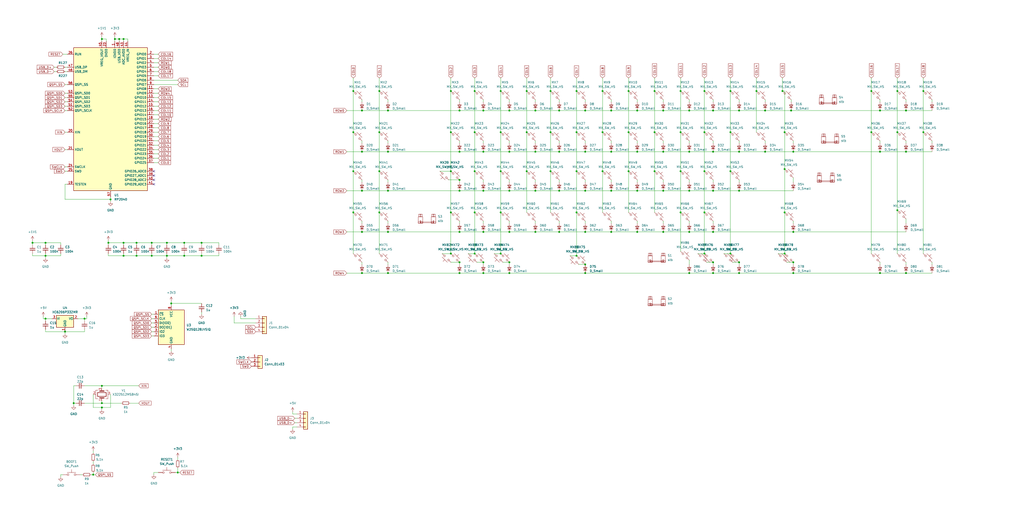
<source format=kicad_sch>
(kicad_sch (version 20230121) (generator eeschema)
  (paper "User" 599.999 299.999)
  (lib_symbols
    (symbol "Connector_Generic:Conn_01x03" (pin_names (offset 1.016) hide)
      (property "Reference" "J" (at 0 5.08 0))
      (property "Value" "Conn_01x03" (at 0 -5.08 0))
      (symbol "Conn_01x03_1_1"
        (pin passive line (at -5.08 2.54 0) (length 3.81) (name "Pin_1") (number "1"))
        (pin passive line (at -5.08 0 0) (length 3.81) (name "Pin_2") (number "2"))
        (pin passive line (at -5.08 -2.54 0) (length 3.81) (name "Pin_3") (number "3"))
      )
    )
    (symbol "Connector_Generic:Conn_01x04" (pin_names (offset 1.016) hide)
      (property "Reference" "J" (at 0 5.08 0))
      (property "Value" "Conn_01x04" (at 0 -7.62 0))
      (symbol "Conn_01x04_1_1"
        (pin passive line (at -5.08 2.54 0) (length 3.81) (name "Pin_1") (number "1"))
        (pin passive line (at -5.08 0 0) (length 3.81) (name "Pin_2") (number "2"))
        (pin passive line (at -5.08 -2.54 0) (length 3.81) (name "Pin_3") (number "3"))
        (pin passive line (at -5.08 -5.08 0) (length 3.81) (name "Pin_4") (number "4"))
      )
    )
    (symbol "Device:C_Small" (pin_numbers hide) (pin_names (offset 0.254) hide)
      (property "Reference" "C" (at 0.254 1.778 0))
      (property "Value" "C_Small" (at 0.254 -2.032 0))
      (symbol "C_Small_1_1"
        (pin passive line (at 0 2.54 270) (length 2.032) (name "~") (number "1"))
        (pin passive line (at 0 -2.54 90) (length 2.032) (name "~") (number "2"))
      )
    )
    (symbol "Device:Crystal_GND24" (pin_names (offset 1.016) hide)
      (property "Reference" "Y" (at 3.175 5.08 0))
      (property "Value" "Crystal_GND24" (at 3.175 3.175 0))
      (symbol "Crystal_GND24_1_1"
        (pin passive line (at -3.81 0 0) (length 1.27) (name "1") (number "1"))
        (pin passive line (at 0 5.08 270) (length 1.27) (name "2") (number "2"))
        (pin passive line (at 3.81 0 180) (length 1.27) (name "3") (number "3"))
        (pin passive line (at 0 -5.08 90) (length 1.27) (name "4") (number "4"))
      )
    )
    (symbol "Device:D_Small" (pin_numbers hide) (pin_names (offset 0.254) hide)
      (property "Reference" "D" (at -1.27 2.032 0))
      (property "Value" "D_Small" (at -3.81 -2.032 0))
      (symbol "D_Small_1_1"
        (pin passive line (at -2.54 0 0) (length 1.778) (name "K") (number "1"))
        (pin passive line (at 2.54 0 180) (length 1.778) (name "A") (number "2"))
      )
    )
    (symbol "Device:R_Small" (pin_numbers hide) (pin_names (offset 0.254) hide)
      (property "Reference" "R" (at 0.762 0.508 0))
      (property "Value" "R_Small" (at 0.762 -1.016 0))
      (symbol "R_Small_1_1"
        (pin passive line (at 0 2.54 270) (length 0.762) (name "~") (number "1"))
        (pin passive line (at 0 -2.54 90) (length 0.762) (name "~") (number "2"))
      )
    )
    (symbol "MCU_RaspberryPi:RP2040"
      (property "Reference" "U" (at 17.78 45.72 0))
      (property "Value" "RP2040" (at 17.78 43.18 0))
      (symbol "RP2040_1_1"
        (pin power_in line (at 2.54 45.72 270) (length 3.81) (name "IOVDD") (number "1"))
        (pin passive line (at 2.54 45.72 270) (length 3.81) hide (name "IOVDD") (number "10"))
        (pin bidirectional line (at 25.4 17.78 180) (length 3.81) (name "GPIO8") (number "11"))
        (pin bidirectional line (at 25.4 15.24 180) (length 3.81) (name "GPIO9") (number "12"))
        (pin bidirectional line (at 25.4 12.7 180) (length 3.81) (name "GPIO10") (number "13"))
        (pin bidirectional line (at 25.4 10.16 180) (length 3.81) (name "GPIO11") (number "14"))
        (pin bidirectional line (at 25.4 7.62 180) (length 3.81) (name "GPIO12") (number "15"))
        (pin bidirectional line (at 25.4 5.08 180) (length 3.81) (name "GPIO13") (number "16"))
        (pin bidirectional line (at 25.4 2.54 180) (length 3.81) (name "GPIO14") (number "17"))
        (pin bidirectional line (at 25.4 0 180) (length 3.81) (name "GPIO15") (number "18"))
        (pin input line (at -25.4 -38.1 0) (length 3.81) (name "TESTEN") (number "19"))
        (pin bidirectional line (at 25.4 38.1 180) (length 3.81) (name "GPIO0") (number "2"))
        (pin input line (at -25.4 -7.62 0) (length 3.81) (name "XIN") (number "20"))
        (pin passive line (at -25.4 -17.78 0) (length 3.81) (name "XOUT") (number "21"))
        (pin passive line (at 2.54 45.72 270) (length 3.81) hide (name "IOVDD") (number "22"))
        (pin power_in line (at -2.54 45.72 270) (length 3.81) (name "DVDD") (number "23"))
        (pin input line (at -25.4 -27.94 0) (length 3.81) (name "SWCLK") (number "24"))
        (pin bidirectional line (at -25.4 -30.48 0) (length 3.81) (name "SWD") (number "25"))
        (pin input line (at -25.4 38.1 0) (length 3.81) (name "RUN") (number "26"))
        (pin bidirectional line (at 25.4 -2.54 180) (length 3.81) (name "GPIO16") (number "27"))
        (pin bidirectional line (at 25.4 -5.08 180) (length 3.81) (name "GPIO17") (number "28"))
        (pin bidirectional line (at 25.4 -7.62 180) (length 3.81) (name "GPIO18") (number "29"))
        (pin bidirectional line (at 25.4 35.56 180) (length 3.81) (name "GPIO1") (number "3"))
        (pin bidirectional line (at 25.4 -10.16 180) (length 3.81) (name "GPIO19") (number "30"))
        (pin bidirectional line (at 25.4 -12.7 180) (length 3.81) (name "GPIO20") (number "31"))
        (pin bidirectional line (at 25.4 -15.24 180) (length 3.81) (name "GPIO21") (number "32"))
        (pin passive line (at 2.54 45.72 270) (length 3.81) hide (name "IOVDD") (number "33"))
        (pin bidirectional line (at 25.4 -17.78 180) (length 3.81) (name "GPIO22") (number "34"))
        (pin bidirectional line (at 25.4 -20.32 180) (length 3.81) (name "GPIO23") (number "35"))
        (pin bidirectional line (at 25.4 -22.86 180) (length 3.81) (name "GPIO24") (number "36"))
        (pin bidirectional line (at 25.4 -25.4 180) (length 3.81) (name "GPIO25") (number "37"))
        (pin bidirectional line (at 25.4 -30.48 180) (length 3.81) (name "GPIO26_ADC0") (number "38"))
        (pin bidirectional line (at 25.4 -33.02 180) (length 3.81) (name "GPIO27_ADC1") (number "39"))
        (pin bidirectional line (at 25.4 33.02 180) (length 3.81) (name "GPIO2") (number "4"))
        (pin bidirectional line (at 25.4 -35.56 180) (length 3.81) (name "GPIO28_ADC2") (number "40"))
        (pin bidirectional line (at 25.4 -38.1 180) (length 3.81) (name "GPIO29_ADC3") (number "41"))
        (pin passive line (at 2.54 45.72 270) (length 3.81) hide (name "IOVDD") (number "42"))
        (pin power_in line (at 7.62 45.72 270) (length 3.81) (name "ADC_AVDD") (number "43"))
        (pin power_in line (at 10.16 45.72 270) (length 3.81) (name "VREG_IN") (number "44"))
        (pin power_out line (at -5.08 45.72 270) (length 3.81) (name "VREG_VOUT") (number "45"))
        (pin bidirectional line (at -25.4 27.94 0) (length 3.81) (name "USB_DM") (number "46"))
        (pin bidirectional line (at -25.4 30.48 0) (length 3.81) (name "USB_DP") (number "47"))
        (pin power_in line (at 5.08 45.72 270) (length 3.81) (name "USB_VDD") (number "48"))
        (pin passive line (at 2.54 45.72 270) (length 3.81) hide (name "IOVDD") (number "49"))
        (pin bidirectional line (at 25.4 30.48 180) (length 3.81) (name "GPIO3") (number "5"))
        (pin passive line (at -2.54 45.72 270) (length 3.81) hide (name "DVDD") (number "50"))
        (pin bidirectional line (at -25.4 7.62 0) (length 3.81) (name "QSPI_SD3") (number "51"))
        (pin output line (at -25.4 5.08 0) (length 3.81) (name "QSPI_SCLK") (number "52"))
        (pin bidirectional line (at -25.4 15.24 0) (length 3.81) (name "QSPI_SD0") (number "53"))
        (pin bidirectional line (at -25.4 10.16 0) (length 3.81) (name "QSPI_SD2") (number "54"))
        (pin bidirectional line (at -25.4 12.7 0) (length 3.81) (name "QSPI_SD1") (number "55"))
        (pin bidirectional line (at -25.4 20.32 0) (length 3.81) (name "QSPI_SS") (number "56"))
        (pin power_in line (at 0 -45.72 90) (length 3.81) (name "GND") (number "57"))
        (pin bidirectional line (at 25.4 27.94 180) (length 3.81) (name "GPIO4") (number "6"))
        (pin bidirectional line (at 25.4 25.4 180) (length 3.81) (name "GPIO5") (number "7"))
        (pin bidirectional line (at 25.4 22.86 180) (length 3.81) (name "GPIO6") (number "8"))
        (pin bidirectional line (at 25.4 20.32 180) (length 3.81) (name "GPIO7") (number "9"))
      )
    )
    (symbol "Memory_Flash:W25Q128JVS"
      (property "Reference" "U" (at -8.89 8.89 0))
      (property "Value" "W25Q128JVS" (at 7.62 8.89 0))
      (symbol "W25Q128JVS_1_1"
        (pin input line (at -10.16 7.62 0) (length 2.54) (name "~{CS}") (number "1"))
        (pin bidirectional line (at -10.16 0 0) (length 2.54) (name "DO(IO1)") (number "2"))
        (pin bidirectional line (at -10.16 -2.54 0) (length 2.54) (name "IO2") (number "3"))
        (pin power_in line (at 0 -12.7 90) (length 2.54) (name "GND") (number "4"))
        (pin bidirectional line (at -10.16 2.54 0) (length 2.54) (name "DI(IO0)") (number "5"))
        (pin input line (at -10.16 5.08 0) (length 2.54) (name "CLK") (number "6"))
        (pin bidirectional line (at -10.16 -5.08 0) (length 2.54) (name "IO3") (number "7"))
        (pin power_in line (at 0 12.7 270) (length 2.54) (name "VCC") (number "8"))
      )
    )
    (symbol "PCM_marbastlib-mx:MX_SW_HS" (pin_numbers hide) (pin_names (offset 1.016) hide)
      (property "Reference" "MX" (at 3.048 1.016 0))
      (property "Value" "MX_SW_HS" (at 0 -3.81 0))
      (symbol "MX_SW_HS_0_1"
        (pin passive line (at -2.54 2.54 0) (length 0) (name "1") (number "1"))
        (pin passive line (at 2.54 -2.54 180) (length 0) (name "2") (number "2"))
      )
    )
    (symbol "PCM_marbastlib-mx:MX_stab" (pin_names (offset 1.016))
      (property "Reference" "S" (at -5.08 6.35 0))
      (property "Value" "MX_stab" (at -5.08 3.81 0))
    )
    (symbol "Regulator_Linear:XC6206PxxxMR" (pin_names (offset 0.254))
      (property "Reference" "U" (at -3.81 3.175 0))
      (property "Value" "XC6206PxxxMR" (at 0 3.175 0))
      (symbol "XC6206PxxxMR_1_1"
        (pin power_in line (at 0 -7.62 90) (length 2.54) (name "GND") (number "1"))
        (pin power_out line (at 7.62 0 180) (length 2.54) (name "VO") (number "2"))
        (pin power_in line (at -7.62 0 0) (length 2.54) (name "VI") (number "3"))
      )
    )
    (symbol "Switch:SW_Push" (pin_numbers hide) (pin_names (offset 1.016) hide)
      (property "Reference" "SW" (at 1.27 2.54 0))
      (property "Value" "SW_Push" (at 0 -1.524 0))
      (symbol "SW_Push_0_1"
        (pin passive line (at -5.08 0 0) (length 2.54) (name "1") (number "1"))
        (pin passive line (at 5.08 0 180) (length 2.54) (name "2") (number "2"))
      )
    )
    (symbol "power:+1V1" (power) (pin_names (offset 0))
      (property "Value" "+1V1" (at 0 3.556 0))
      (symbol "+1V1_1_1"
        (pin power_in line (at 0 0 90) (length 0) hide (name "+1V1") (number "1"))
      )
    )
    (symbol "power:+3V3" (power) (pin_names (offset 0))
      (property "Value" "+3V3" (at 0 3.556 0))
      (symbol "+3V3_1_1"
        (pin power_in line (at 0 0 90) (length 0) hide (name "+3V3") (number "1"))
      )
    )
    (symbol "power:+5V" (power) (pin_names (offset 0))
      (property "Value" "+5V" (at 0 3.556 0))
      (symbol "+5V_1_1"
        (pin power_in line (at 0 0 90) (length 0) hide (name "+5V") (number "1"))
      )
    )
    (symbol "power:GND" (power) (pin_names (offset 0))
      (property "Value" "GND" (at 0 -3.81 0))
      (symbol "GND_1_1"
        (pin power_in line (at 0 0 270) (length 0) hide (name "GND") (number "1"))
      )
    )
  )
  (junction (at 515.62 64.77))
  (junction (at 227.33 135.89))
  (junction (at 327.66 88.9))
  (junction (at 212.09 64.77))
  (junction (at 227.33 111.76))
  (junction (at 358.14 64.77))
  (junction (at 283.21 135.89))
  (junction (at 388.62 64.77))
  (junction (at 26.67 149.86))
  (junction (at 417.83 111.76))
  (junction (at 373.38 64.77))
  (junction (at 308.61 77.47))
  (junction (at 283.21 160.02))
  (junction (at 458.47 53.34))
  (junction (at 530.86 88.9))
  (junction (at 433.07 153.67))
  (junction (at 80.01 149.86))
  (junction (at 368.3 77.47))
  (junction (at 337.82 53.34))
  (junction (at 88.9 149.86))
  (junction (at 269.24 160.02))
  (junction (at 298.45 160.02))
  (junction (at 368.3 100.33))
  (junction (at 283.21 88.9))
  (junction (at 342.9 160.02))
  (junction (at 59.69 22.86))
  (junction (at 530.86 64.77))
  (junction (at 459.74 77.47))
  (junction (at 222.25 53.34))
  (junction (at 207.01 124.46))
  (junction (at 417.83 153.67))
  (junction (at 104.14 276.86))
  (junction (at 54.61 278.13))
  (junction (at 448.31 88.9))
  (junction (at 417.83 88.9))
  (junction (at 383.54 100.33))
  (junction (at 337.82 124.46))
  (junction (at 342.9 64.77))
  (junction (at 337.82 149.86))
  (junction (at 88.9 142.24))
  (junction (at 80.01 142.24))
  (junction (at 264.16 53.34))
  (junction (at 368.3 53.34))
  (junction (at 388.62 88.9))
  (junction (at 358.14 135.89))
  (junction (at 353.06 77.47))
  (junction (at 293.37 148.59))
  (junction (at 541.02 77.47))
  (junction (at 515.62 88.9))
  (junction (at 227.33 88.9))
  (junction (at 353.06 100.33))
  (junction (at 525.78 77.47))
  (junction (at 459.74 148.59))
  (junction (at 313.69 88.9))
  (junction (at 403.86 64.77))
  (junction (at 525.78 53.34))
  (junction (at 358.14 111.76))
  (junction (at 403.86 135.89))
  (junction (at 278.13 148.59))
  (junction (at 403.86 88.9))
  (junction (at 403.86 111.76))
  (junction (at 342.9 111.76))
  (junction (at 97.79 142.24))
  (junction (at 38.1 194.31))
  (junction (at 388.62 135.89))
  (junction (at 100.33 177.8))
  (junction (at 63.5 142.24))
  (junction (at 64.77 116.84))
  (junction (at 264.16 100.33))
  (junction (at 412.75 148.59))
  (junction (at 510.54 77.47))
  (junction (at 337.82 100.33))
  (junction (at 464.82 153.67))
  (junction (at 412.75 100.33))
  (junction (at 222.25 100.33))
  (junction (at 308.61 53.34))
  (junction (at 298.45 88.9))
  (junction (at 278.13 53.34))
  (junction (at 293.37 124.46))
  (junction (at 269.24 135.89))
  (junction (at 212.09 160.02))
  (junction (at 327.66 64.77))
  (junction (at 278.13 124.46))
  (junction (at 269.24 88.9))
  (junction (at 373.38 135.89))
  (junction (at 417.83 160.02))
  (junction (at 525.78 123.19))
  (junction (at 97.79 149.86))
  (junction (at 49.53 186.69))
  (junction (at 26.67 142.24))
  (junction (at 107.95 149.86))
  (junction (at 464.82 88.9))
  (junction (at 264.16 148.59))
  (junction (at 269.24 64.77))
  (junction (at 227.33 64.77))
  (junction (at 269.24 111.76))
  (junction (at 327.66 111.76))
  (junction (at 69.85 22.86))
  (junction (at 342.9 154.94))
  (junction (at 433.07 88.9))
  (junction (at 433.07 64.77))
  (junction (at 313.69 64.77))
  (junction (at 427.99 53.34))
  (junction (at 293.37 100.33))
  (junction (at 67.31 22.86))
  (junction (at 398.78 100.33))
  (junction (at 283.21 64.77))
  (junction (at 212.09 135.89))
  (junction (at 448.31 64.77))
  (junction (at 327.66 135.89))
  (junction (at 264.16 77.47))
  (junction (at 398.78 53.34))
  (junction (at 342.9 88.9))
  (junction (at 403.86 160.02))
  (junction (at 118.11 149.86))
  (junction (at 322.58 100.33))
  (junction (at 358.14 88.9))
  (junction (at 322.58 53.34))
  (junction (at 298.45 64.77))
  (junction (at 278.13 100.33))
  (junction (at 207.01 100.33))
  (junction (at 269.24 153.67))
  (junction (at 298.45 153.67))
  (junction (at 212.09 88.9))
  (junction (at 510.54 53.34))
  (junction (at 278.13 77.47))
  (junction (at 383.54 53.34))
  (junction (at 398.78 77.47))
  (junction (at 417.83 135.89))
  (junction (at 388.62 111.76))
  (junction (at 207.01 53.34))
  (junction (at 353.06 53.34))
  (junction (at 293.37 77.47))
  (junction (at 107.95 142.24))
  (junction (at 72.39 142.24))
  (junction (at 59.69 226.06))
  (junction (at 412.75 124.46))
  (junction (at 398.78 124.46))
  (junction (at 19.05 142.24))
  (junction (at 298.45 135.89))
  (junction (at 298.45 111.76))
  (junction (at 308.61 100.33))
  (junction (at 313.69 111.76))
  (junction (at 283.21 153.67))
  (junction (at 373.38 88.9))
  (junction (at 283.21 111.76))
  (junction (at 515.62 160.02))
  (junction (at 264.16 124.46))
  (junction (at 433.07 160.02))
  (junction (at 427.99 77.47))
  (junction (at 212.09 111.76))
  (junction (at 459.74 99.06))
  (junction (at 342.9 135.89))
  (junction (at 313.69 135.89))
  (junction (at 227.33 160.02))
  (junction (at 118.11 142.24))
  (junction (at 337.82 77.47))
  (junction (at 443.23 53.34))
  (junction (at 59.69 238.76))
  (junction (at 293.37 53.34))
  (junction (at 72.39 22.86))
  (junction (at 207.01 77.47))
  (junction (at 383.54 77.47))
  (junction (at 459.74 124.46))
  (junction (at 541.02 53.34))
  (junction (at 433.07 111.76))
  (junction (at 373.38 111.76))
  (junction (at 412.75 77.47))
  (junction (at 222.25 124.46))
  (junction (at 427.99 100.33))
  (junction (at 412.75 53.34))
  (junction (at 530.86 160.02))
  (junction (at 43.18 236.22))
  (junction (at 59.69 236.22))
  (junction (at 463.55 64.77))
  (junction (at 427.99 148.59))
  (junction (at 72.39 149.86))
  (junction (at 417.83 64.77))
  (junction (at 26.67 186.69))
  (junction (at 322.58 77.47))
  (junction (at 464.82 160.02))
  (junction (at 269.24 105.41))
  (junction (at 464.82 135.89))
  (junction (at 222.25 77.47))
  (no_connect (at 90.17 102.87))
  (no_connect (at 90.17 105.41))
  (no_connect (at 90.17 107.95))
  (no_connect (at 90.17 100.33))
  (wire (pts (xy 227.33 58.42) (xy 227.33 59.69)))
  (wire (pts (xy 72.39 142.24) (xy 80.01 142.24)))
  (wire (pts (xy 26.67 148.59) (xy 26.67 149.86)))
  (wire (pts (xy 269.24 135.89) (xy 283.21 135.89)))
  (wire (pts (xy 222.25 53.34) (xy 222.25 77.47)))
  (wire (pts (xy 308.61 77.47) (xy 308.61 100.33)))
  (wire (pts (xy 26.67 186.69) (xy 30.48 186.69)))
  (wire (pts (xy 373.38 82.55) (xy 373.38 83.82)))
  (wire (pts (xy 427.99 45.72) (xy 427.99 53.34)))
  (wire (pts (xy 59.69 240.03) (xy 59.69 238.76)))
  (wire (pts (xy 207.01 124.46) (xy 207.01 148.59)))
  (wire (pts (xy 92.71 39.37) (xy 90.17 39.37)))
  (wire (pts (xy 388.62 88.9) (xy 403.86 88.9)))
  (wire (pts (xy 92.71 44.45) (xy 90.17 44.45)))
  (wire (pts (xy 464.82 129.54) (xy 464.82 130.81)))
  (wire (pts (xy 69.85 22.86) (xy 69.85 24.13)))
  (wire (pts (xy 298.45 58.42) (xy 298.45 59.69)))
  (wire (pts (xy 283.21 105.41) (xy 283.21 106.68)))
  (wire (pts (xy 264.16 53.34) (xy 264.16 77.47)))
  (wire (pts (xy 63.5 143.51) (xy 63.5 142.24)))
  (wire (pts (xy 38.1 116.84) (xy 64.77 116.84)))
  (wire (pts (xy 448.31 82.55) (xy 448.31 83.82)))
  (wire (pts (xy 104.14 274.32) (xy 104.14 276.86)))
  (wire (pts (xy 433.07 111.76) (xy 464.82 111.76)))
  (wire (pts (xy 294.64 153.67) (xy 298.45 153.67)))
  (wire (pts (xy 88.9 194.31) (xy 90.17 194.31)))
  (wire (pts (xy 403.86 82.55) (xy 403.86 83.82)))
  (wire (pts (xy 222.25 45.72) (xy 222.25 53.34)))
  (wire (pts (xy 417.83 153.67) (xy 417.83 154.94)))
  (wire (pts (xy 464.82 160.02) (xy 515.62 160.02)))
  (wire (pts (xy 373.38 58.42) (xy 373.38 59.69)))
  (wire (pts (xy 31.75 39.37) (xy 33.02 39.37)))
  (wire (pts (xy 373.38 135.89) (xy 388.62 135.89)))
  (wire (pts (xy 212.09 135.89) (xy 227.33 135.89)))
  (wire (pts (xy 212.09 111.76) (xy 227.33 111.76)))
  (wire (pts (xy 334.01 149.86) (xy 337.82 149.86)))
  (wire (pts (xy 298.45 153.67) (xy 298.45 154.94)))
  (wire (pts (xy 38.1 41.91) (xy 39.37 41.91)))
  (wire (pts (xy 38.1 194.31) (xy 49.53 194.31)))
  (wire (pts (xy 140.97 186.69) (xy 149.86 186.69)))
  (wire (pts (xy 54.61 264.16) (xy 54.61 265.43)))
  (wire (pts (xy 203.2 88.9) (xy 212.09 88.9)))
  (wire (pts (xy 137.16 189.23) (xy 137.16 185.42)))
  (wire (pts (xy 327.66 64.77) (xy 342.9 64.77)))
  (wire (pts (xy 38.1 87.63) (xy 39.37 87.63)))
  (wire (pts (xy 227.33 82.55) (xy 227.33 83.82)))
  (wire (pts (xy 269.24 106.68) (xy 269.24 105.41)))
  (wire (pts (xy 92.71 85.09) (xy 90.17 85.09)))
  (wire (pts (xy 388.62 129.54) (xy 388.62 130.81)))
  (wire (pts (xy 26.67 194.31) (xy 38.1 194.31)))
  (wire (pts (xy 264.16 100.33) (xy 264.16 124.46)))
  (wire (pts (xy 264.16 45.72) (xy 264.16 53.34)))
  (wire (pts (xy 368.3 53.34) (xy 368.3 77.47)))
  (wire (pts (xy 530.86 153.67) (xy 530.86 154.94)))
  (wire (pts (xy 54.61 231.14) (xy 54.61 238.76)))
  (wire (pts (xy 92.71 36.83) (xy 90.17 36.83)))
  (wire (pts (xy 128.27 142.24) (xy 118.11 142.24)))
  (wire (pts (xy 212.09 153.67) (xy 212.09 154.94)))
  (wire (pts (xy 515.62 64.77) (xy 530.86 64.77)))
  (wire (pts (xy 92.71 64.77) (xy 90.17 64.77)))
  (wire (pts (xy 38.1 100.33) (xy 39.37 100.33)))
  (wire (pts (xy 283.21 64.77) (xy 298.45 64.77)))
  (wire (pts (xy 92.71 59.69) (xy 90.17 59.69)))
  (wire (pts (xy 107.95 149.86) (xy 97.79 149.86)))
  (wire (pts (xy 403.86 88.9) (xy 417.83 88.9)))
  (wire (pts (xy 269.24 64.77) (xy 283.21 64.77)))
  (wire (pts (xy 383.54 77.47) (xy 383.54 100.33)))
  (wire (pts (xy 298.45 88.9) (xy 313.69 88.9)))
  (wire (pts (xy 541.02 45.72) (xy 541.02 53.34)))
  (wire (pts (xy 283.21 160.02) (xy 298.45 160.02)))
  (wire (pts (xy 459.74 53.34) (xy 458.47 53.34)))
  (wire (pts (xy 358.14 105.41) (xy 358.14 106.68)))
  (wire (pts (xy 49.53 186.69) (xy 49.53 187.96)))
  (wire (pts (xy 262.89 105.41) (xy 269.24 105.41)))
  (wire (pts (xy 458.47 45.72) (xy 458.47 53.34)))
  (wire (pts (xy 227.33 111.76) (xy 269.24 111.76)))
  (wire (pts (xy 88.9 184.15) (xy 90.17 184.15)))
  (wire (pts (xy 264.16 77.47) (xy 264.16 100.33)))
  (wire (pts (xy 283.21 130.81) (xy 283.21 129.54)))
  (wire (pts (xy 227.33 135.89) (xy 269.24 135.89)))
  (wire (pts (xy 207.01 45.72) (xy 207.01 53.34)))
  (wire (pts (xy 358.14 64.77) (xy 373.38 64.77)))
  (wire (pts (xy 455.93 148.59) (xy 459.74 148.59)))
  (wire (pts (xy 398.78 45.72) (xy 398.78 53.34)))
  (wire (pts (xy 424.18 148.59) (xy 427.99 148.59)))
  (wire (pts (xy 443.23 45.72) (xy 443.23 53.34)))
  (wire (pts (xy 429.26 153.67) (xy 433.07 153.67)))
  (wire (pts (xy 88.9 186.69) (xy 90.17 186.69)))
  (wire (pts (xy 342.9 58.42) (xy 342.9 59.69)))
  (wire (pts (xy 137.16 189.23) (xy 149.86 189.23)))
  (wire (pts (xy 353.06 45.72) (xy 353.06 53.34)))
  (wire (pts (xy 368.3 77.47) (xy 368.3 100.33)))
  (wire (pts (xy 342.9 105.41) (xy 342.9 106.68)))
  (wire (pts (xy 278.13 77.47) (xy 278.13 100.33)))
  (wire (pts (xy 459.74 124.46) (xy 459.74 99.06)))
  (wire (pts (xy 298.45 64.77) (xy 313.69 64.77)))
  (wire (pts (xy 92.71 92.71) (xy 90.17 92.71)))
  (wire (pts (xy 54.61 276.86) (xy 54.61 278.13)))
  (wire (pts (xy 373.38 105.41) (xy 373.38 106.68)))
  (wire (pts (xy 274.32 148.59) (xy 278.13 148.59)))
  (wire (pts (xy 373.38 111.76) (xy 388.62 111.76)))
  (wire (pts (xy 104.14 46.99) (xy 90.17 46.99)))
  (wire (pts (xy 227.33 64.77) (xy 269.24 64.77)))
  (wire (pts (xy 92.71 62.23) (xy 90.17 62.23)))
  (wire (pts (xy 92.71 52.07) (xy 90.17 52.07)))
  (wire (pts (xy 342.9 64.77) (xy 358.14 64.77)))
  (wire (pts (xy 278.13 53.34) (xy 278.13 77.47)))
  (wire (pts (xy 25.4 186.69) (xy 26.67 186.69)))
  (wire (pts (xy 118.11 142.24) (xy 118.11 143.51)))
  (wire (pts (xy 322.58 45.72) (xy 322.58 53.34)))
  (wire (pts (xy 464.82 88.9) (xy 515.62 88.9)))
  (wire (pts (xy 63.5 142.24) (xy 72.39 142.24)))
  (wire (pts (xy 427.99 148.59) (xy 427.99 100.33)))
  (wire (pts (xy 92.71 34.29) (xy 90.17 34.29)))
  (wire (pts (xy 427.99 100.33) (xy 427.99 77.47)))
  (wire (pts (xy 104.14 267.97) (xy 104.14 269.24)))
  (wire (pts (xy 212.09 105.41) (xy 212.09 106.68)))
  (wire (pts (xy 293.37 100.33) (xy 293.37 124.46)))
  (wire (pts (xy 459.74 77.47) (xy 459.74 53.34)))
  (wire (pts (xy 35.56 149.86) (xy 26.67 149.86)))
  (wire (pts (xy 353.06 100.33) (xy 353.06 124.46)))
  (wire (pts (xy 368.3 100.33) (xy 368.3 124.46)))
  (wire (pts (xy 398.78 77.47) (xy 398.78 53.34)))
  (wire (pts (xy 293.37 77.47) (xy 293.37 100.33)))
  (wire (pts (xy 63.5 148.59) (xy 63.5 149.86)))
  (wire (pts (xy 222.25 100.33) (xy 222.25 124.46)))
  (wire (pts (xy 313.69 58.42) (xy 313.69 59.69)))
  (wire (pts (xy 31.75 41.91) (xy 33.02 41.91)))
  (wire (pts (xy 515.62 160.02) (xy 530.86 160.02)))
  (wire (pts (xy 293.37 53.34) (xy 293.37 77.47)))
  (wire (pts (xy 368.3 45.72) (xy 368.3 53.34)))
  (wire (pts (xy 358.14 88.9) (xy 373.38 88.9)))
  (wire (pts (xy 212.09 129.54) (xy 212.09 130.81)))
  (wire (pts (xy 54.61 238.76) (xy 59.69 238.76)))
  (wire (pts (xy 36.83 278.13) (xy 35.56 278.13)))
  (wire (pts (xy 92.71 276.86) (xy 90.17 276.86)))
  (wire (pts (xy 203.2 111.76) (xy 212.09 111.76)))
  (wire (pts (xy 298.45 105.41) (xy 298.45 106.68)))
  (wire (pts (xy 100.33 204.47) (xy 100.33 205.74)))
  (wire (pts (xy 49.53 236.22) (xy 59.69 236.22)))
  (wire (pts (xy 448.31 88.9) (xy 464.82 88.9)))
  (wire (pts (xy 433.07 82.55) (xy 433.07 83.82)))
  (wire (pts (xy 269.24 58.42) (xy 269.24 59.69)))
  (wire (pts (xy 448.31 58.42) (xy 448.31 59.69)))
  (wire (pts (xy 337.82 124.46) (xy 337.82 149.86)))
  (wire (pts (xy 26.67 186.69) (xy 26.67 187.96)))
  (wire (pts (xy 403.86 105.41) (xy 403.86 106.68)))
  (wire (pts (xy 92.71 90.17) (xy 90.17 90.17)))
  (wire (pts (xy 269.24 88.9) (xy 283.21 88.9)))
  (wire (pts (xy 358.14 82.55) (xy 358.14 83.82)))
  (wire (pts (xy 358.14 135.89) (xy 373.38 135.89)))
  (wire (pts (xy 388.62 105.41) (xy 388.62 106.68)))
  (wire (pts (xy 412.75 124.46) (xy 412.75 148.59)))
  (wire (pts (xy 74.93 24.13) (xy 74.93 22.86)))
  (wire (pts (xy 412.75 53.34) (xy 412.75 77.47)))
  (wire (pts (xy 373.38 88.9) (xy 388.62 88.9)))
  (wire (pts (xy 417.83 129.54) (xy 417.83 130.81)))
  (wire (pts (xy 19.05 142.24) (xy 26.67 142.24)))
  (wire (pts (xy 515.62 58.42) (xy 515.62 59.69)))
  (wire (pts (xy 107.95 142.24) (xy 97.79 142.24)))
  (wire (pts (xy 92.71 72.39) (xy 90.17 72.39)))
  (wire (pts (xy 38.1 107.95) (xy 38.1 116.84)))
  (wire (pts (xy 59.69 21.59) (xy 59.69 22.86)))
  (wire (pts (xy 67.31 21.59) (xy 67.31 22.86)))
  (wire (pts (xy 417.83 135.89) (xy 464.82 135.89)))
  (wire (pts (xy 88.9 143.51) (xy 88.9 142.24)))
  (wire (pts (xy 92.71 80.01) (xy 90.17 80.01)))
  (wire (pts (xy 283.21 135.89) (xy 298.45 135.89)))
  (wire (pts (xy 118.11 182.88) (xy 118.11 184.15)))
  (wire (pts (xy 448.31 64.77) (xy 463.55 64.77)))
  (wire (pts (xy 530.86 58.42) (xy 530.86 59.69)))
  (wire (pts (xy 388.62 58.42) (xy 388.62 59.69)))
  (wire (pts (xy 530.86 82.55) (xy 530.86 83.82)))
  (wire (pts (xy 308.61 45.72) (xy 308.61 53.34)))
  (wire (pts (xy 227.33 88.9) (xy 269.24 88.9)))
  (wire (pts (xy 59.69 226.06) (xy 81.28 226.06)))
  (wire (pts (xy 100.33 176.53) (xy 100.33 177.8)))
  (wire (pts (xy 342.9 129.54) (xy 342.9 130.81)))
  (wire (pts (xy 92.71 87.63) (xy 90.17 87.63)))
  (wire (pts (xy 38.1 62.23) (xy 39.37 62.23)))
  (wire (pts (xy 88.9 149.86) (xy 97.79 149.86)))
  (wire (pts (xy 35.56 143.51) (xy 35.56 142.24)))
  (wire (pts (xy 118.11 142.24) (xy 107.95 142.24)))
  (wire (pts (xy 433.07 64.77) (xy 448.31 64.77)))
  (wire (pts (xy 339.09 154.94) (xy 342.9 154.94)))
  (wire (pts (xy 417.83 105.41) (xy 417.83 106.68)))
  (wire (pts (xy 49.53 226.06) (xy 59.69 226.06)))
  (wire (pts (xy 92.71 74.93) (xy 90.17 74.93)))
  (wire (pts (xy 337.82 53.34) (xy 337.82 77.47)))
  (wire (pts (xy 525.78 123.19) (xy 525.78 77.47)))
  (wire (pts (xy 100.33 177.8) (xy 118.11 177.8)))
  (wire (pts (xy 92.71 95.25) (xy 90.17 95.25)))
  (wire (pts (xy 541.02 77.47) (xy 541.02 148.59)))
  (wire (pts (xy 128.27 143.51) (xy 128.27 142.24)))
  (wire (pts (xy 373.38 64.77) (xy 388.62 64.77)))
  (wire (pts (xy 54.61 278.13) (xy 55.88 278.13)))
  (wire (pts (xy 104.14 276.86) (xy 102.87 276.86)))
  (wire (pts (xy 35.56 278.13) (xy 35.56 279.4)))
  (wire (pts (xy 72.39 142.24) (xy 72.39 143.51)))
  (wire (pts (xy 100.33 177.8) (xy 100.33 179.07)))
  (wire (pts (xy 412.75 100.33) (xy 412.75 124.46)))
  (wire (pts (xy 313.69 111.76) (xy 327.66 111.76)))
  (wire (pts (xy 459.74 148.59) (xy 459.74 124.46)))
  (wire (pts (xy 38.1 97.79) (xy 39.37 97.79)))
  (wire (pts (xy 72.39 149.86) (xy 72.39 148.59)))
  (wire (pts (xy 212.09 58.42) (xy 212.09 59.69)))
  (wire (pts (xy 212.09 82.55) (xy 212.09 83.82)))
  (wire (pts (xy 298.45 129.54) (xy 298.45 130.81)))
  (wire (pts (xy 298.45 111.76) (xy 313.69 111.76)))
  (wire (pts (xy 63.5 149.86) (xy 72.39 149.86)))
  (wire (pts (xy 38.1 39.37) (xy 39.37 39.37)))
  (wire (pts (xy 461.01 153.67) (xy 464.82 153.67)))
  (wire (pts (xy 203.2 135.89) (xy 212.09 135.89)))
  (wire (pts (xy 464.82 104.14) (xy 464.82 106.68)))
  (wire (pts (xy 54.61 271.78) (xy 54.61 270.51)))
  (wire (pts (xy 64.77 116.84) (xy 64.77 115.57)))
  (wire (pts (xy 269.24 153.67) (xy 269.24 154.94)))
  (wire (pts (xy 80.01 143.51) (xy 80.01 142.24)))
  (wire (pts (xy 530.86 88.9) (xy 546.1 88.9)))
  (wire (pts (xy 171.45 241.3) (xy 171.45 242.57)))
  (wire (pts (xy 398.78 100.33) (xy 398.78 124.46)))
  (wire (pts (xy 45.72 186.69) (xy 49.53 186.69)))
  (wire (pts (xy 44.45 226.06) (xy 43.18 226.06)))
  (wire (pts (xy 414.02 153.67) (xy 417.83 153.67)))
  (wire (pts (xy 327.66 88.9) (xy 342.9 88.9)))
  (wire (pts (xy 293.37 124.46) (xy 293.37 148.59)))
  (wire (pts (xy 327.66 135.89) (xy 342.9 135.89)))
  (wire (pts (xy 35.56 142.24) (xy 26.67 142.24)))
  (wire (pts (xy 97.79 143.51) (xy 97.79 142.24)))
  (wire (pts (xy 212.09 64.77) (xy 227.33 64.77)))
  (wire (pts (xy 72.39 22.86) (xy 69.85 22.86)))
  (wire (pts (xy 92.71 31.75) (xy 90.17 31.75)))
  (wire (pts (xy 327.66 82.55) (xy 327.66 83.82)))
  (wire (pts (xy 433.07 58.42) (xy 433.07 59.69)))
  (wire (pts (xy 337.82 45.72) (xy 337.82 53.34)))
  (wire (pts (xy 525.78 148.59) (xy 525.78 123.19)))
  (wire (pts (xy 38.1 59.69) (xy 39.37 59.69)))
  (wire (pts (xy 43.18 236.22) (xy 43.18 237.49)))
  (wire (pts (xy 35.56 148.59) (xy 35.56 149.86)))
  (wire (pts (xy 337.82 77.47) (xy 337.82 100.33)))
  (wire (pts (xy 283.21 153.67) (xy 283.21 154.94)))
  (wire (pts (xy 105.41 276.86) (xy 104.14 276.86)))
  (wire (pts (xy 283.21 82.55) (xy 283.21 83.82)))
  (wire (pts (xy 59.69 22.86) (xy 62.23 22.86)))
  (wire (pts (xy 80.01 148.59) (xy 80.01 149.86)))
  (wire (pts (xy 322.58 100.33) (xy 322.58 124.46)))
  (wire (pts (xy 322.58 53.34) (xy 322.58 77.47)))
  (wire (pts (xy 62.23 22.86) (xy 62.23 24.13)))
  (wire (pts (xy 515.62 88.9) (xy 530.86 88.9)))
  (wire (pts (xy 417.83 160.02) (xy 433.07 160.02)))
  (wire (pts (xy 388.62 135.89) (xy 403.86 135.89)))
  (wire (pts (xy 327.66 129.54) (xy 327.66 130.81)))
  (wire (pts (xy 353.06 53.34) (xy 353.06 77.47)))
  (wire (pts (xy 92.71 54.61) (xy 90.17 54.61)))
  (wire (pts (xy 212.09 160.02) (xy 227.33 160.02)))
  (wire (pts (xy 227.33 129.54) (xy 227.33 130.81)))
  (wire (pts (xy 90.17 276.86) (xy 90.17 278.13)))
  (wire (pts (xy 510.54 148.59) (xy 510.54 77.47)))
  (wire (pts (xy 546.1 82.55) (xy 546.1 83.82)))
  (wire (pts (xy 279.4 153.67) (xy 283.21 153.67)))
  (wire (pts (xy 97.79 142.24) (xy 88.9 142.24)))
  (wire (pts (xy 342.9 82.55) (xy 342.9 83.82)))
  (wire (pts (xy 67.31 24.13) (xy 67.31 22.86)))
  (wire (pts (xy 283.21 111.76) (xy 298.45 111.76)))
  (wire (pts (xy 88.9 148.59) (xy 88.9 149.86)))
  (wire (pts (xy 59.69 24.13) (xy 59.69 22.86)))
  (wire (pts (xy 298.45 160.02) (xy 342.9 160.02)))
  (wire (pts (xy 269.24 82.55) (xy 269.24 83.82)))
  (wire (pts (xy 388.62 82.55) (xy 388.62 83.82)))
  (wire (pts (xy 388.62 111.76) (xy 403.86 111.76)))
  (wire (pts (xy 227.33 160.02) (xy 269.24 160.02)))
  (wire (pts (xy 313.69 64.77) (xy 327.66 64.77)))
  (wire (pts (xy 353.06 77.47) (xy 353.06 100.33)))
  (wire (pts (xy 358.14 111.76) (xy 373.38 111.76)))
  (wire (pts (xy 313.69 82.55) (xy 313.69 83.82)))
  (wire (pts (xy 19.05 140.97) (xy 19.05 142.24)))
  (wire (pts (xy 417.83 64.77) (xy 433.07 64.77)))
  (wire (pts (xy 222.25 77.47) (xy 222.25 100.33)))
  (wire (pts (xy 59.69 227.33) (xy 59.69 226.06)))
  (wire (pts (xy 530.86 160.02) (xy 546.1 160.02)))
  (wire (pts (xy 172.72 247.65) (xy 173.99 247.65)))
  (wire (pts (xy 92.71 41.91) (xy 90.17 41.91)))
  (wire (pts (xy 546.1 153.67) (xy 546.1 154.94)))
  (wire (pts (xy 207.01 77.47) (xy 207.01 100.33)))
  (wire (pts (xy 408.94 148.59) (xy 412.75 148.59)))
  (wire (pts (xy 358.14 58.42) (xy 358.14 59.69)))
  (wire (pts (xy 59.69 234.95) (xy 59.69 236.22)))
  (wire (pts (xy 546.1 58.42) (xy 546.1 59.69)))
  (wire (pts (xy 515.62 153.67) (xy 515.62 154.94)))
  (wire (pts (xy 278.13 45.72) (xy 278.13 53.34)))
  (wire (pts (xy 19.05 148.59) (xy 19.05 149.86)))
  (wire (pts (xy 43.18 226.06) (xy 43.18 236.22)))
  (wire (pts (xy 171.45 250.19) (xy 171.45 251.46)))
  (wire (pts (xy 38.1 54.61) (xy 39.37 54.61)))
  (wire (pts (xy 49.53 186.69) (xy 50.8 186.69)))
  (wire (pts (xy 264.16 124.46) (xy 264.16 148.59)))
  (wire (pts (xy 227.33 153.67) (xy 227.33 154.94)))
  (wire (pts (xy 283.21 58.42) (xy 283.21 59.69)))
  (wire (pts (xy 128.27 148.59) (xy 128.27 149.86)))
  (wire (pts (xy 212.09 88.9) (xy 227.33 88.9)))
  (wire (pts (xy 88.9 142.24) (xy 80.01 142.24)))
  (wire (pts (xy 403.86 64.77) (xy 417.83 64.77)))
  (wire (pts (xy 283.21 88.9) (xy 298.45 88.9)))
  (wire (pts (xy 64.77 118.11) (xy 64.77 116.84)))
  (wire (pts (xy 412.75 77.47) (xy 412.75 100.33)))
  (wire (pts (xy 173.99 250.19) (xy 171.45 250.19)))
  (wire (pts (xy 342.9 88.9) (xy 358.14 88.9)))
  (wire (pts (xy 530.86 64.77) (xy 546.1 64.77)))
  (wire (pts (xy 417.83 88.9) (xy 433.07 88.9)))
  (wire (pts (xy 308.61 100.33) (xy 308.61 124.46)))
  (wire (pts (xy 227.33 105.41) (xy 227.33 106.68)))
  (wire (pts (xy 38.1 57.15) (xy 39.37 57.15)))
  (wire (pts (xy 403.86 135.89) (xy 417.83 135.89)))
  (wire (pts (xy 313.69 88.9) (xy 327.66 88.9)))
  (wire (pts (xy 97.79 148.59) (xy 97.79 149.86)))
  (wire (pts (xy 337.82 100.33) (xy 337.82 124.46)))
  (wire (pts (xy 433.07 160.02) (xy 464.82 160.02)))
  (wire (pts (xy 289.56 148.59) (xy 293.37 148.59)))
  (wire (pts (xy 403.86 58.42) (xy 403.86 59.69)))
  (wire (pts (xy 510.54 77.47) (xy 510.54 53.34)))
  (wire (pts (xy 107.95 143.51) (xy 107.95 142.24)))
  (wire (pts (xy 26.67 193.04) (xy 26.67 194.31)))
  (wire (pts (xy 46.99 278.13) (xy 48.26 278.13)))
  (wire (pts (xy 269.24 160.02) (xy 283.21 160.02)))
  (wire (pts (xy 433.07 153.67) (xy 433.07 154.94)))
  (wire (pts (xy 530.86 128.27) (xy 530.86 130.81)))
  (wire (pts (xy 383.54 45.72) (xy 383.54 53.34)))
  (wire (pts (xy 463.55 64.77) (xy 515.62 64.77)))
  (wire (pts (xy 403.86 160.02) (xy 417.83 160.02)))
  (wire (pts (xy 203.2 64.77) (xy 212.09 64.77)))
  (wire (pts (xy 104.14 49.53) (xy 90.17 49.53)))
  (wire (pts (xy 403.86 111.76) (xy 417.83 111.76)))
  (wire (pts (xy 327.66 111.76) (xy 342.9 111.76)))
  (wire (pts (xy 76.2 236.22) (xy 81.28 236.22)))
  (wire (pts (xy 50.8 186.69) (xy 50.8 185.42)))
  (wire (pts (xy 313.69 105.41) (xy 313.69 106.68)))
  (wire (pts (xy 525.78 77.47) (xy 525.78 53.34)))
  (wire (pts (xy 322.58 77.47) (xy 322.58 100.33)))
  (wire (pts (xy 222.25 124.46) (xy 222.25 148.59)))
  (wire (pts (xy 412.75 45.72) (xy 412.75 53.34)))
  (wire (pts (xy 373.38 129.54) (xy 373.38 130.81)))
  (wire (pts (xy 92.71 67.31) (xy 90.17 67.31)))
  (wire (pts (xy 293.37 45.72) (xy 293.37 53.34)))
  (wire (pts (xy 388.62 64.77) (xy 403.86 64.77)))
  (wire (pts (xy 417.83 82.55) (xy 417.83 83.82)))
  (wire (pts (xy 118.11 149.86) (xy 107.95 149.86)))
  (wire (pts (xy 88.9 191.77) (xy 90.17 191.77)))
  (wire (pts (xy 140.97 185.42) (xy 140.97 186.69)))
  (wire (pts (xy 398.78 124.46) (xy 398.78 147.32)))
  (wire (pts (xy 383.54 53.34) (xy 383.54 77.47)))
  (wire (pts (xy 38.1 195.58) (xy 38.1 194.31)))
  (wire (pts (xy 64.77 231.14) (xy 64.77 238.76)))
  (wire (pts (xy 26.67 142.24) (xy 26.67 143.51)))
  (wire (pts (xy 525.78 45.72) (xy 525.78 53.34)))
  (wire (pts (xy 264.16 153.67) (xy 269.24 153.67)))
  (wire (pts (xy 398.78 100.33) (xy 398.78 77.47)))
  (wire (pts (xy 25.4 186.69) (xy 25.4 185.42)))
  (wire (pts (xy 464.82 82.55) (xy 464.82 83.82)))
  (wire (pts (xy 313.69 129.54) (xy 313.69 130.81)))
  (wire (pts (xy 433.07 105.41) (xy 433.07 106.68)))
  (wire (pts (xy 38.1 64.77) (xy 39.37 64.77)))
  (wire (pts (xy 403.86 152.4) (xy 403.86 154.94)))
  (wire (pts (xy 26.67 151.13) (xy 26.67 149.86)))
  (wire (pts (xy 39.37 107.95) (xy 38.1 107.95)))
  (wire (pts (xy 342.9 111.76) (xy 358.14 111.76)))
  (wire (pts (xy 207.01 100.33) (xy 207.01 124.46)))
  (wire (pts (xy 88.9 149.86) (xy 80.01 149.86)))
  (wire (pts (xy 67.31 22.86) (xy 69.85 22.86)))
  (wire (pts (xy 107.95 148.59) (xy 107.95 149.86)))
  (wire (pts (xy 403.86 129.54) (xy 403.86 130.81)))
  (wire (pts (xy 38.1 49.53) (xy 39.37 49.53)))
  (wire (pts (xy 327.66 105.41) (xy 327.66 106.68)))
  (wire (pts (xy 464.82 135.89) (xy 530.86 135.89)))
  (wire (pts (xy 278.13 100.33) (xy 278.13 124.46)))
  (wire (pts (xy 383.54 100.33) (xy 383.54 124.46)))
  (wire (pts (xy 464.82 153.67) (xy 464.82 154.94)))
  (wire (pts (xy 298.45 135.89) (xy 313.69 135.89)))
  (wire (pts (xy 313.69 135.89) (xy 327.66 135.89)))
  (wire (pts (xy 72.39 24.13) (xy 72.39 22.86)))
  (wire (pts (xy 172.72 245.11) (xy 173.99 245.11)))
  (wire (pts (xy 88.9 189.23) (xy 90.17 189.23)))
  (wire (pts (xy 43.18 236.22) (xy 44.45 236.22)))
  (wire (pts (xy 97.79 151.13) (xy 97.79 149.86)))
  (wire (pts (xy 207.01 53.34) (xy 207.01 77.47)))
  (wire (pts (xy 92.71 57.15) (xy 90.17 57.15)))
  (wire (pts (xy 64.77 238.76) (xy 59.69 238.76)))
  (wire (pts (xy 443.23 77.47) (xy 443.23 53.34)))
  (wire (pts (xy 92.71 69.85) (xy 90.17 69.85)))
  (wire (pts (xy 459.74 99.06) (xy 459.74 77.47)))
  (wire (pts (xy 118.11 148.59) (xy 118.11 149.86)))
  (wire (pts (xy 259.08 148.59) (xy 264.16 148.59)))
  (wire (pts (xy 92.71 77.47) (xy 90.17 77.47)))
  (wire (pts (xy 463.55 58.42) (xy 463.55 59.69)))
  (wire (pts (xy 541.02 77.47) (xy 541.02 53.34)))
  (wire (pts (xy 342.9 160.02) (xy 403.86 160.02)))
  (wire (pts (xy 358.14 129.54) (xy 358.14 130.81)))
  (wire (pts (xy 308.61 53.34) (xy 308.61 77.47)))
  (wire (pts (xy 417.83 58.42) (xy 417.83 59.69)))
  (wire (pts (xy 433.07 88.9) (xy 448.31 88.9)))
  (wire (pts (xy 515.62 82.55) (xy 515.62 83.82)))
  (wire (pts (xy 269.24 129.54) (xy 269.24 130.81)))
  (wire (pts (xy 257.81 100.33) (xy 264.16 100.33)))
  (wire (pts (xy 72.39 22.86) (xy 74.93 22.86)))
  (wire (pts (xy 278.13 124.46) (xy 278.13 148.59)))
  (wire (pts (xy 19.05 143.51) (xy 19.05 142.24)))
  (wire (pts (xy 128.27 149.86) (xy 118.11 149.86)))
  (wire (pts (xy 327.66 58.42) (xy 327.66 59.69)))
  (wire (pts (xy 92.71 82.55) (xy 90.17 82.55)))
  (wire (pts (xy 298.45 82.55) (xy 298.45 83.82)))
  (wire (pts (xy 59.69 236.22) (xy 71.12 236.22)))
  (wire (pts (xy 171.45 242.57) (xy 173.99 242.57)))
  (wire (pts (xy 510.54 45.72) (xy 510.54 53.34)))
  (wire (pts (xy 427.99 77.47) (xy 427.99 53.34)))
  (wire (pts (xy 342.9 135.89) (xy 358.14 135.89)))
  (wire (pts (xy 269.24 111.76) (xy 283.21 111.76)))
  (wire (pts (xy 26.67 149.86) (xy 19.05 149.86)))
  (wire (pts (xy 203.2 160.02) (xy 212.09 160.02)))
  (wire (pts (xy 49.53 193.04) (xy 49.53 194.31)))
  (wire (pts (xy 53.34 278.13) (xy 54.61 278.13)))
  (wire (pts (xy 63.5 140.97) (xy 63.5 142.24)))
  (wire (pts (xy 38.1 77.47) (xy 39.37 77.47)))
  (wire (pts (xy 88.9 196.85) (xy 90.17 196.85)))
  (wire (pts (xy 36.83 31.75) (xy 39.37 31.75)))
  (wire (pts (xy 80.01 149.86) (xy 72.39 149.86)))
  (wire (pts (xy 417.83 111.76) (xy 433.07 111.76)))
  (global_label "COL14" (shape input) (at 443.23 45.72 90) (property "Intersheetrefs" "${INTERSHEET_REFS}" (effects hide)))
  (global_label "COL13" (shape input) (at 427.99 45.72 90) (property "Intersheetrefs" "${INTERSHEET_REFS}" (effects hide)))
  (global_label "COL1" (shape input) (at 92.71 92.71 0) (property "Intersheetrefs" "${INTERSHEET_REFS}" (effects hide)))
  (global_label "COL3" (shape input) (at 92.71 87.63 0) (property "Intersheetrefs" "${INTERSHEET_REFS}" (effects hide)))
  (global_label "QSPI_SS" (shape input) (at 88.9 184.15 180) (property "Intersheetrefs" "${INTERSHEET_REFS}" (effects hide)))
  (global_label "COL14" (shape input) (at 92.71 34.29 0) (property "Intersheetrefs" "${INTERSHEET_REFS}" (effects hide)))
  (global_label "COL12" (shape input) (at 92.71 62.23 0) (property "Intersheetrefs" "${INTERSHEET_REFS}" (effects hide)))
  (global_label "SCL" (shape input) (at 104.14 49.53 0) (property "Intersheetrefs" "${INTERSHEET_REFS}" (effects hide)))
  (global_label "QSPI_SS" (shape input) (at 55.88 278.13 0) (property "Intersheetrefs" "${INTERSHEET_REFS}" (effects hide)))
  (global_label "COL5" (shape input) (at 92.71 82.55 0) (property "Intersheetrefs" "${INTERSHEET_REFS}" (effects hide)))
  (global_label "QSPI_SD0" (shape input) (at 38.1 54.61 180) (property "Intersheetrefs" "${INTERSHEET_REFS}" (effects hide)))
  (global_label "RESET" (shape input) (at 36.83 31.75 180) (property "Intersheetrefs" "${INTERSHEET_REFS}" (effects hide)))
  (global_label "QSPI_SS" (shape input) (at 38.1 49.53 180) (property "Intersheetrefs" "${INTERSHEET_REFS}" (effects hide)))
  (global_label "QSPI_SD3" (shape input) (at 88.9 196.85 180) (property "Intersheetrefs" "${INTERSHEET_REFS}" (effects hide)))
  (global_label "COL1" (shape input) (at 222.25 45.72 90) (property "Intersheetrefs" "${INTERSHEET_REFS}" (effects hide)))
  (global_label "ROW4" (shape input) (at 92.71 54.61 0) (property "Intersheetrefs" "${INTERSHEET_REFS}" (effects hide)))
  (global_label "COL9" (shape input) (at 368.3 45.72 90) (property "Intersheetrefs" "${INTERSHEET_REFS}" (effects hide)))
  (global_label "ROW1" (shape input) (at 92.71 36.83 0) (property "Intersheetrefs" "${INTERSHEET_REFS}" (effects hide)))
  (global_label "SDA" (shape input) (at 149.86 194.31 180) (property "Intersheetrefs" "${INTERSHEET_REFS}" (effects hide)))
  (global_label "COL7" (shape input) (at 337.82 45.72 90) (property "Intersheetrefs" "${INTERSHEET_REFS}" (effects hide)))
  (global_label "COL9" (shape input) (at 92.71 72.39 0) (property "Intersheetrefs" "${INTERSHEET_REFS}" (effects hide)))
  (global_label "COL8" (shape input) (at 353.06 45.72 90) (property "Intersheetrefs" "${INTERSHEET_REFS}" (effects hide)))
  (global_label "COL6" (shape input) (at 92.71 80.01 0) (property "Intersheetrefs" "${INTERSHEET_REFS}" (effects hide)))
  (global_label "COL15" (shape input) (at 458.47 45.72 90) (property "Intersheetrefs" "${INTERSHEET_REFS}" (effects hide)))
  (global_label "SWD" (shape input) (at 147.32 214.63 180) (property "Intersheetrefs" "${INTERSHEET_REFS}" (effects hide)))
  (global_label "COL0" (shape input) (at 92.71 95.25 0) (property "Intersheetrefs" "${INTERSHEET_REFS}" (effects hide)))
  (global_label "COL13" (shape input) (at 92.71 59.69 0) (property "Intersheetrefs" "${INTERSHEET_REFS}" (effects hide)))
  (global_label "COL3" (shape input) (at 278.13 45.72 90) (property "Intersheetrefs" "${INTERSHEET_REFS}" (effects hide)))
  (global_label "COL4" (shape input) (at 92.71 85.09 0) (property "Intersheetrefs" "${INTERSHEET_REFS}" (effects hide)))
  (global_label "QSPI_SCLK" (shape input) (at 38.1 64.77 180) (property "Intersheetrefs" "${INTERSHEET_REFS}" (effects hide)))
  (global_label "XOUT" (shape input) (at 38.1 87.63 180) (property "Intersheetrefs" "${INTERSHEET_REFS}" (effects hide)))
  (global_label "QSPI_SD2" (shape input) (at 38.1 59.69 180) (property "Intersheetrefs" "${INTERSHEET_REFS}" (effects hide)))
  (global_label "SWCLK" (shape input) (at 147.32 212.09 180) (property "Intersheetrefs" "${INTERSHEET_REFS}" (effects hide)))
  (global_label "QSPI_SD1" (shape input) (at 88.9 191.77 180) (property "Intersheetrefs" "${INTERSHEET_REFS}" (effects hide)))
  (global_label "USB_D+" (shape input) (at 31.75 39.37 180) (property "Intersheetrefs" "${INTERSHEET_REFS}" (effects hide)))
  (global_label "COL18" (shape input) (at 541.02 45.72 90) (property "Intersheetrefs" "${INTERSHEET_REFS}" (effects hide)))
  (global_label "COL4" (shape input) (at 293.37 45.72 90) (property "Intersheetrefs" "${INTERSHEET_REFS}" (effects hide)))
  (global_label "COL16" (shape input) (at 92.71 31.75 0) (property "Intersheetrefs" "${INTERSHEET_REFS}" (effects hide)))
  (global_label "COL5" (shape input) (at 308.61 45.72 90) (property "Intersheetrefs" "${INTERSHEET_REFS}" (effects hide)))
  (global_label "ROW0" (shape input) (at 92.71 39.37 0) (property "Intersheetrefs" "${INTERSHEET_REFS}" (effects hide)))
  (global_label "COL16" (shape input) (at 510.54 45.72 90) (property "Intersheetrefs" "${INTERSHEET_REFS}" (effects hide)))
  (global_label "QSPI_SD0" (shape input) (at 88.9 189.23 180) (property "Intersheetrefs" "${INTERSHEET_REFS}" (effects hide)))
  (global_label "USB_D-" (shape input) (at 172.72 245.11 180) (property "Intersheetrefs" "${INTERSHEET_REFS}" (effects hide)))
  (global_label "ROW2" (shape input) (at 92.71 69.85 0) (property "Intersheetrefs" "${INTERSHEET_REFS}" (effects hide)))
  (global_label "COL10" (shape input) (at 92.71 67.31 0) (property "Intersheetrefs" "${INTERSHEET_REFS}" (effects hide)))
  (global_label "COL8" (shape input) (at 92.71 74.93 0) (property "Intersheetrefs" "${INTERSHEET_REFS}" (effects hide)))
  (global_label "COL17" (shape input) (at 525.78 45.72 90) (property "Intersheetrefs" "${INTERSHEET_REFS}" (effects hide)))
  (global_label "SWD" (shape input) (at 38.1 100.33 180) (property "Intersheetrefs" "${INTERSHEET_REFS}" (effects hide)))
  (global_label "RESET" (shape input) (at 105.41 276.86 0) (property "Intersheetrefs" "${INTERSHEET_REFS}" (effects hide)))
  (global_label "SWCLK" (shape input) (at 38.1 97.79 180) (property "Intersheetrefs" "${INTERSHEET_REFS}" (effects hide)))
  (global_label "COL10" (shape input) (at 383.54 45.72 90) (property "Intersheetrefs" "${INTERSHEET_REFS}" (effects hide)))
  (global_label "QSPI_SD3" (shape input) (at 38.1 62.23 180) (property "Intersheetrefs" "${INTERSHEET_REFS}" (effects hide)))
  (global_label "COL18" (shape input) (at 92.71 41.91 0) (property "Intersheetrefs" "${INTERSHEET_REFS}" (effects hide)))
  (global_label "ROW1" (shape input) (at 203.2 88.9 180) (property "Intersheetrefs" "${INTERSHEET_REFS}" (effects hide)))
  (global_label "COL6" (shape input) (at 322.58 45.72 90) (property "Intersheetrefs" "${INTERSHEET_REFS}" (effects hide)))
  (global_label "COL15" (shape input) (at 92.71 57.15 0) (property "Intersheetrefs" "${INTERSHEET_REFS}" (effects hide)))
  (global_label "XIN" (shape input) (at 81.28 226.06 0) (property "Intersheetrefs" "${INTERSHEET_REFS}" (effects hide)))
  (global_label "ROW0" (shape input) (at 203.2 64.77 180) (property "Intersheetrefs" "${INTERSHEET_REFS}" (effects hide)))
  (global_label "QSPI_SCLK" (shape input) (at 88.9 186.69 180) (property "Intersheetrefs" "${INTERSHEET_REFS}" (effects hide)))
  (global_label "ROW3" (shape input) (at 203.2 135.89 180) (property "Intersheetrefs" "${INTERSHEET_REFS}" (effects hide)))
  (global_label "QSPI_SD2" (shape input) (at 88.9 194.31 180) (property "Intersheetrefs" "${INTERSHEET_REFS}" (effects hide)))
  (global_label "ROW4" (shape input) (at 203.2 160.02 180) (property "Intersheetrefs" "${INTERSHEET_REFS}" (effects hide)))
  (global_label "COL2" (shape input) (at 264.16 45.72 90) (property "Intersheetrefs" "${INTERSHEET_REFS}" (effects hide)))
  (global_label "ROW2" (shape input) (at 203.2 111.76 180) (property "Intersheetrefs" "${INTERSHEET_REFS}" (effects hide)))
  (global_label "COL7" (shape input) (at 92.71 77.47 0) (property "Intersheetrefs" "${INTERSHEET_REFS}" (effects hide)))
  (global_label "USB_D-" (shape input) (at 31.75 41.91 180) (property "Intersheetrefs" "${INTERSHEET_REFS}" (effects hide)))
  (global_label "USB_D+" (shape input) (at 172.72 247.65 180) (property "Intersheetrefs" "${INTERSHEET_REFS}" (effects hide)))
  (global_label "COL12" (shape input) (at 412.75 45.72 90) (property "Intersheetrefs" "${INTERSHEET_REFS}" (effects hide)))
  (global_label "COL2" (shape input) (at 92.71 90.17 0) (property "Intersheetrefs" "${INTERSHEET_REFS}" (effects hide)))
  (global_label "COL11" (shape input) (at 92.71 64.77 0) (property "Intersheetrefs" "${INTERSHEET_REFS}" (effects hide)))
  (global_label "QSPI_SD1" (shape input) (at 38.1 57.15 180) (property "Intersheetrefs" "${INTERSHEET_REFS}" (effects hide)))
  (global_label "SDA" (shape input) (at 104.14 46.99 0) (property "Intersheetrefs" "${INTERSHEET_REFS}" (effects hide)))
  (global_label "COL0" (shape input) (at 207.01 45.72 90) (property "Intersheetrefs" "${INTERSHEET_REFS}" (effects hide)))
  (global_label "COL17" (shape input) (at 92.71 44.45 0) (property "Intersheetrefs" "${INTERSHEET_REFS}" (effects hide)))
  (global_label "COL11" (shape input) (at 398.78 45.72 90) (property "Intersheetrefs" "${INTERSHEET_REFS}" (effects hide)))
  (global_label "XIN" (shape input) (at 38.1 77.47 180) (property "Intersheetrefs" "${INTERSHEET_REFS}" (effects hide)))
  (global_label "SCL" (shape input) (at 149.86 191.77 180) (property "Intersheetrefs" "${INTERSHEET_REFS}" (effects hide)))
  (global_label "XOUT" (shape input) (at 81.28 236.22 0) (property "Intersheetrefs" "${INTERSHEET_REFS}" (effects hide)))
  (global_label "ROW3" (shape input) (at 92.71 52.07 0) (property "Intersheetrefs" "${INTERSHEET_REFS}" (effects hide)))
  (symbol (lib_id "Device:D_Small") (at 530.86 157.48 90) (unit 1)
    (property "Reference" "D80" (at 533.4 156.21 90) (effects (justify right)))
    (property "Value" "D_Small" (at 533.4 158.75 90) (effects (justify right)))
    (property "Footprint" "Diode_SMD:D_SOD-123" (effects hide))
    (property "Sim.Device" "D" (effects hide))
    (property "Sim.Pins" "1=K 2=A" (effects hide))
  )
  (symbol (lib_id "Device:D_Small") (at 515.62 86.36 90) (unit 1)
    (property "Reference" "D36" (at 518.16 85.09 90) (effects (justify right)))
    (property "Value" "D_Small" (at 518.16 87.63 90) (effects (justify right)))
    (property "Footprint" "Diode_SMD:D_SOD-123" (effects hide))
    (property "Sim.Device" "D" (effects hide))
    (property "Sim.Pins" "1=K 2=A" (effects hide))
  )
  (symbol (lib_id "PCM_marbastlib-mx:MX_SW_HS") (at 415.29 55.88 0) (unit 1)
    (property "Reference" "MX13" (at 415.29 48.26 0))
    (property "Value" "MX_SW_HS" (at 415.29 50.8 0))
    (property "Footprint" "PCM_marbastlib-mx:SW_MX_HS_1u" (effects hide))
  )
  (symbol (lib_id "Device:D_Small") (at 283.21 62.23 90) (unit 1)
    (property "Reference" "D4" (at 285.75 60.96 90) (effects (justify right)))
    (property "Value" "D_Small" (at 285.75 63.5 90) (effects (justify right)))
    (property "Footprint" "Diode_SMD:D_SOD-123" (effects hide))
    (property "Sim.Device" "D" (effects hide))
    (property "Sim.Pins" "1=K 2=A" (effects hide))
  )
  (symbol (lib_id "power:+3V3") (at 54.61 264.16 0) (unit 1)
    (property "Reference" "#PWR019" (effects hide))
    (property "Value" "+3V3" (at 54.61 259.08 0))
  )
  (symbol (lib_id "PCM_marbastlib-mx:MX_SW_HS") (at 415.29 127 0) (unit 1)
    (property "Reference" "MX67" (at 415.29 119.38 0))
    (property "Value" "MX_SW_HS" (at 415.29 121.92 0))
    (property "Footprint" "PCM_marbastlib-mx:SW_MX_HS_1u" (effects hide))
  )
  (symbol (lib_id "Device:D_Small") (at 546.1 86.36 90) (unit 1)
    (property "Reference" "D38" (at 548.64 85.09 90) (effects (justify right)))
    (property "Value" "D_Small" (at 548.64 87.63 90) (effects (justify right)))
    (property "Footprint" "Diode_SMD:D_SOD-123" (effects hide))
    (property "Sim.Device" "D" (effects hide))
    (property "Sim.Pins" "1=K 2=A" (effects hide))
  )
  (symbol (lib_id "Device:D_Small") (at 546.1 157.48 90) (unit 1)
    (property "Reference" "D81" (at 548.64 156.21 90) (effects (justify right)))
    (property "Value" "D_Small" (at 548.64 158.75 90) (effects (justify right)))
    (property "Footprint" "Diode_SMD:D_SOD-123" (effects hide))
    (property "Sim.Device" "D" (effects hide))
    (property "Sim.Pins" "1=K 2=A" (effects hide))
  )
  (symbol (lib_id "Device:R_Small") (at 104.14 271.78 180) (unit 1)
    (property "Reference" "R7" (at 106.68 270.51 0))
    (property "Value" "5.1k" (at 107.95 273.05 0))
    (property "Footprint" "Resistor_SMD:R_0402_1005Metric" (effects hide))
  )
  (symbol (lib_id "MCU_RaspberryPi:RP2040") (at 64.77 69.85 0) (unit 1)
    (property "Reference" "U1" (at 66.9641 114.3 0) (effects (justify left)))
    (property "Value" "RP2040" (at 66.9641 116.84 0) (effects (justify left)))
    (property "Footprint" "Package_DFN_QFN:QFN-56-1EP_7x7mm_P0.4mm_EP3.2x3.2mm" (effects hide))
    (property "Datasheet" "https://datasheets.raspberrypi.com/rp2040/rp2040-datasheet.pdf" (effects hide))
  )
  (symbol (lib_id "Device:D_Small") (at 298.45 157.48 90) (unit 1)
    (property "Reference" "D74" (at 300.99 156.21 90) (effects (justify right)))
    (property "Value" "D_Small" (at 300.99 158.75 90) (effects (justify right)))
    (property "Footprint" "Diode_SMD:D_SOD-123" (effects hide))
    (property "Sim.Device" "D" (effects hide))
    (property "Sim.Pins" "1=K 2=A" (effects hide))
  )
  (symbol (lib_id "PCM_marbastlib-mx:MX_SW_HS") (at 528.32 80.01 0) (unit 1)
    (property "Reference" "MX37" (at 528.32 72.39 0))
    (property "Value" "MX_SW_HS" (at 528.32 74.93 0))
    (property "Footprint" "PCM_marbastlib-mx:SW_MX_HS_1u" (effects hide))
  )
  (symbol (lib_id "PCM_marbastlib-mx:MX_SW_HS") (at 355.6 80.01 0) (unit 1)
    (property "Reference" "MX28" (at 355.6 72.39 0))
    (property "Value" "MX_SW_HS" (at 355.6 74.93 0))
    (property "Footprint" "PCM_marbastlib-mx:SW_MX_HS_1u" (effects hide))
  )
  (symbol (lib_id "PCM_marbastlib-mx:MX_SW_HS") (at 370.84 102.87 0) (unit 1)
    (property "Reference" "MX49" (at 370.84 95.25 0))
    (property "Value" "MX_SW_HS" (at 370.84 97.79 0))
    (property "Footprint" "PCM_marbastlib-mx:SW_MX_HS_1u" (effects hide))
  )
  (symbol (lib_id "PCM_marbastlib-mx:MX_SW_HS") (at 295.91 102.87 0) (unit 1)
    (property "Reference" "MX44" (at 295.91 95.25 0))
    (property "Value" "MX_SW_HS" (at 295.91 97.79 0))
    (property "Footprint" "PCM_marbastlib-mx:SW_MX_HS_1u" (effects hide))
  )
  (symbol (lib_id "Device:D_Small") (at 358.14 109.22 90) (unit 1)
    (property "Reference" "D48" (at 360.68 107.95 90) (effects (justify right)))
    (property "Value" "D_Small" (at 360.68 110.49 90) (effects (justify right)))
    (property "Footprint" "Diode_SMD:D_SOD-123" (effects hide))
    (property "Sim.Device" "D" (effects hide))
    (property "Sim.Pins" "1=K 2=A" (effects hide))
  )
  (symbol (lib_id "power:+3V3") (at 67.31 21.59 0) (unit 1)
    (property "Reference" "#PWR02" (effects hide))
    (property "Value" "+3V3" (at 67.31 16.51 0))
  )
  (symbol (lib_id "Device:D_Small") (at 269.24 109.22 90) (unit 1)
    (property "Reference" "D42" (at 271.78 107.95 90) (effects (justify right)))
    (property "Value" "D_Small" (at 271.78 110.49 90) (effects (justify right)))
    (property "Footprint" "Diode_SMD:D_SOD-123" (effects hide))
    (property "Sim.Device" "D" (effects hide))
    (property "Sim.Pins" "1=K 2=A" (effects hide))
  )
  (symbol (lib_id "PCM_marbastlib-mx:MX_SW_HS") (at 528.32 125.73 0) (unit 1)
    (property "Reference" "MX69" (at 528.32 118.11 0))
    (property "Value" "MX_SW_HS" (at 528.32 120.65 0))
    (property "Footprint" "PCM_marbastlib-mx:SW_MX_HS_1u" (effects hide))
  )
  (symbol (lib_id "Device:C_Small") (at 49.53 190.5 0) (unit 1)
    (property "Reference" "C16" (at 52.07 189.2363 0) (effects (justify left)))
    (property "Value" "1u" (at 52.07 191.7763 0) (effects (justify left)))
    (property "Footprint" "Capacitor_SMD:C_0402_1005Metric" (effects hide))
  )
  (symbol (lib_id "PCM_marbastlib-mx:MX_SW_HS") (at 543.56 80.01 0) (unit 1)
    (property "Reference" "MX38" (at 543.56 72.39 0))
    (property "Value" "MX_SW_HS" (at 543.56 74.93 0))
    (property "Footprint" "PCM_marbastlib-mx:SW_MX_HS_1u" (effects hide))
  )
  (symbol (lib_id "Regulator_Linear:XC6206PxxxMR") (at 38.1 186.69 0) (unit 1)
    (property "Reference" "U4" (at 38.1 180.34 0))
    (property "Value" "XC6206P332MR" (at 38.1 182.88 0))
    (property "Footprint" "Package_TO_SOT_SMD:SOT-23-3" (effects hide))
    (property "Datasheet" "https://www.torexsemi.com/file/xc6206/XC6206.pdf" (effects hide))
  )
  (symbol (lib_id "PCM_marbastlib-mx:MX_SW_HS") (at 401.32 127 0) (unit 1)
    (property "Reference" "MX66" (at 401.32 119.38 0))
    (property "Value" "MX_SW_HS" (at 401.32 121.92 0))
    (property "Footprint" "PCM_marbastlib-mx:SW_MX_HS_1u" (effects hide))
  )
  (symbol (lib_id "Device:D_Small") (at 327.66 109.22 90) (unit 1)
    (property "Reference" "D46" (at 330.2 107.95 90) (effects (justify right)))
    (property "Value" "D_Small" (at 330.2 110.49 90) (effects (justify right)))
    (property "Footprint" "Diode_SMD:D_SOD-123" (effects hide))
    (property "Sim.Device" "D" (effects hide))
    (property "Sim.Pins" "1=K 2=A" (effects hide))
  )
  (symbol (lib_id "PCM_marbastlib-mx:MX_SW_HS") (at 261.62 151.13 180) (unit 1)
    (property "Reference" "MX82" (at 261.62 143.51 0))
    (property "Value" "MX_SW_HS" (at 261.62 146.05 0))
    (property "Footprint" "PCM_marbastlib-mx:SW_MX_HS_1.25u" (effects hide))
  )
  (symbol (lib_id "power:+5V") (at 25.4 185.42 0) (unit 1)
    (property "Reference" "#PWR027" (effects hide))
    (property "Value" "+5V" (at 25.4 180.34 0))
  )
  (symbol (lib_id "PCM_marbastlib-mx:MX_SW_HS") (at 543.56 151.13 0) (unit 1)
    (property "Reference" "MX81" (at 543.56 143.51 0))
    (property "Value" "MX_SW_HS" (at 543.56 146.05 0))
    (property "Footprint" "PCM_marbastlib-mx:SW_MX_HS_1u" (effects hide))
  )
  (symbol (lib_id "Device:D_Small") (at 342.9 157.48 90) (unit 1)
    (property "Reference" "D75" (at 345.44 156.21 90) (effects (justify right)))
    (property "Value" "D_Small" (at 345.44 158.75 90) (effects (justify right)))
    (property "Footprint" "Diode_SMD:D_SOD-123" (effects hide))
    (property "Sim.Device" "D" (effects hide))
    (property "Sim.Pins" "1=K 2=A" (effects hide))
  )
  (symbol (lib_id "Device:D_Small") (at 212.09 86.36 90) (unit 1)
    (property "Reference" "D20" (at 214.63 85.09 90) (effects (justify right)))
    (property "Value" "D_Small" (at 214.63 87.63 90) (effects (justify right)))
    (property "Footprint" "Diode_SMD:D_SOD-123" (effects hide))
    (property "Sim.Device" "D" (effects hide))
    (property "Sim.Pins" "1=K 2=A" (effects hide))
  )
  (symbol (lib_id "PCM_marbastlib-mx:MX_SW_HS") (at 340.36 127 0) (unit 1)
    (property "Reference" "MX62" (at 340.36 119.38 0))
    (property "Value" "MX_SW_HS" (at 340.36 121.92 0))
    (property "Footprint" "PCM_marbastlib-mx:SW_MX_HS_1u" (effects hide))
  )
  (symbol (lib_id "PCM_marbastlib-mx:MX_stab") (at 384.81 151.13 0) (unit 1)
    (property "Reference" "S1" (at 391.16 149.733 0) (effects (justify left)))
    (property "Value" "stb" (at 391.16 152.273 0) (effects (justify left)))
    (property "Footprint" "PCM_marbastlib-mx:STAB_MX_P_7u" (effects hide))
  )
  (symbol (lib_id "PCM_marbastlib-mx:MX_SW_HS") (at 280.67 102.87 0) (unit 1)
    (property "Reference" "MX43" (at 280.67 95.25 0))
    (property "Value" "MX_SW_HS" (at 280.67 97.79 0))
    (property "Footprint" "PCM_marbastlib-mx:SW_MX_HS_1u" (effects hide))
  )
  (symbol (lib_id "PCM_marbastlib-mx:MX_SW_HS") (at 513.08 80.01 0) (unit 1)
    (property "Reference" "MX36" (at 513.08 72.39 0))
    (property "Value" "MX_SW_HS" (at 513.08 74.93 0))
    (property "Footprint" "PCM_marbastlib-mx:SW_MX_HS_1u" (effects hide))
  )
  (symbol (lib_id "PCM_marbastlib-mx:MX_SW_HS") (at 280.67 127 0) (unit 1)
    (property "Reference" "MX58" (at 280.67 119.38 0))
    (property "Value" "MX_SW_HS" (at 280.67 121.92 0))
    (property "Footprint" "PCM_marbastlib-mx:SW_MX_HS_1u" (effects hide))
  )
  (symbol (lib_id "Device:D_Small") (at 313.69 86.36 90) (unit 1)
    (property "Reference" "D25" (at 316.23 85.09 90) (effects (justify right)))
    (property "Value" "D_Small" (at 316.23 87.63 90) (effects (justify right)))
    (property "Footprint" "Diode_SMD:D_SOD-123" (effects hide))
    (property "Sim.Device" "D" (effects hide))
    (property "Sim.Pins" "1=K 2=A" (effects hide))
  )
  (symbol (lib_id "Device:D_Small") (at 530.86 86.36 90) (unit 1)
    (property "Reference" "D37" (at 533.4 85.09 90) (effects (justify right)))
    (property "Value" "D_Small" (at 533.4 87.63 90) (effects (justify right)))
    (property "Footprint" "Diode_SMD:D_SOD-123" (effects hide))
    (property "Sim.Device" "D" (effects hide))
    (property "Sim.Pins" "1=K 2=A" (effects hide))
  )
  (symbol (lib_id "PCM_marbastlib-mx:MX_SW_HS") (at 401.32 149.86 0) (unit 1)
    (property "Reference" "MX86" (at 401.32 142.24 0))
    (property "Value" "MX_SW_HS" (at 401.32 144.78 0))
    (property "Footprint" "PCM_marbastlib-mx:SW_MX_HS_1.25u" (effects hide))
  )
  (symbol (lib_id "Device:D_Small") (at 464.82 86.36 90) (unit 1)
    (property "Reference" "D35" (at 467.36 85.09 90) (effects (justify right)))
    (property "Value" "D_Small" (at 467.36 87.63 90) (effects (justify right)))
    (property "Footprint" "Diode_SMD:D_SOD-123" (effects hide))
    (property "Sim.Device" "D" (effects hide))
    (property "Sim.Pins" "1=K 2=A" (effects hide))
  )
  (symbol (lib_id "Device:D_Small") (at 298.45 133.35 90) (unit 1)
    (property "Reference" "D59" (at 300.99 132.08 90) (effects (justify right)))
    (property "Value" "D_Small" (at 300.99 134.62 90) (effects (justify right)))
    (property "Footprint" "Diode_SMD:D_SOD-123" (effects hide))
    (property "Sim.Device" "D" (effects hide))
    (property "Sim.Pins" "1=K 2=A" (effects hide))
  )
  (symbol (lib_id "PCM_marbastlib-mx:MX_stab") (at 486.41 81.28 0) (unit 1)
    (property "Reference" "S5" (at 492.76 79.883 0) (effects (justify left)))
    (property "Value" "stb" (at 492.76 82.423 0) (effects (justify left)))
    (property "Footprint" "PCM_marbastlib-mx:STAB_MX_P_2.25u" (effects hide))
  )
  (symbol (lib_id "Device:D_Small") (at 417.83 109.22 90) (unit 1)
    (property "Reference" "D52" (at 420.37 107.95 90) (effects (justify right)))
    (property "Value" "D_Small" (at 420.37 110.49 90) (effects (justify right)))
    (property "Footprint" "Diode_SMD:D_SOD-123" (effects hide))
    (property "Sim.Device" "D" (effects hide))
    (property "Sim.Pins" "1=K 2=A" (effects hide))
  )
  (symbol (lib_id "PCM_marbastlib-mx:MX_SW_HS") (at 209.55 151.13 0) (unit 1)
    (property "Reference" "MX70" (at 209.55 143.51 0))
    (property "Value" "MX_SW_HS" (at 209.55 146.05 0))
    (property "Footprint" "PCM_marbastlib-mx:SW_MX_HS_1u" (effects hide))
  )
  (symbol (lib_id "PCM_marbastlib-mx:MX_SW_HS") (at 266.7 102.87 0) (unit 1)
    (property "Reference" "MX42" (at 266.7 95.25 0))
    (property "Value" "MX_SW_HS" (at 266.7 97.79 0))
    (property "Footprint" "PCM_marbastlib-mx:SW_MX_HS_1.75u" (effects hide))
  )
  (symbol (lib_id "PCM_marbastlib-mx:MX_SW_HS") (at 386.08 127 0) (unit 1)
    (property "Reference" "MX65" (at 386.08 119.38 0))
    (property "Value" "MX_SW_HS" (at 386.08 121.92 0))
    (property "Footprint" "PCM_marbastlib-mx:SW_MX_HS_1u" (effects hide))
  )
  (symbol (lib_id "power:+1V1") (at 59.69 21.59 0) (unit 1)
    (property "Reference" "#PWR01" (effects hide))
    (property "Value" "+1V1" (at 59.69 16.51 0))
  )
  (symbol (lib_id "Device:D_Small") (at 388.62 133.35 90) (unit 1)
    (property "Reference" "D65" (at 391.16 132.08 90) (effects (justify right)))
    (property "Value" "D_Small" (at 391.16 134.62 90) (effects (justify right)))
    (property "Footprint" "Diode_SMD:D_SOD-123" (effects hide))
    (property "Sim.Device" "D" (effects hide))
    (property "Sim.Pins" "1=K 2=A" (effects hide))
  )
  (symbol (lib_id "power:+5V") (at 171.45 241.3 0) (unit 1)
    (property "Reference" "#PWR020" (effects hide))
    (property "Value" "+5V" (at 171.45 236.22 0))
  )
  (symbol (lib_id "PCM_marbastlib-mx:MX_SW_HS") (at 260.35 102.87 180) (unit 1)
    (property "Reference" "MX39" (at 260.35 95.25 0))
    (property "Value" "MX_SW_HS" (at 260.35 97.79 0))
    (property "Footprint" "PCM_marbastlib-mx:SW_MX_HS_1.75u_STP_1.25" (effects hide))
  )
  (symbol (lib_id "PCM_marbastlib-mx:MX_SW_HS") (at 426.72 151.13 0) (unit 1)
    (property "Reference" "MX88" (at 426.72 143.51 0))
    (property "Value" "MX_SW_HS" (at 426.72 146.05 0))
    (property "Footprint" "PCM_marbastlib-mx:SW_MX_HS_1.25u" (effects hide))
  )
  (symbol (lib_id "Device:D_Small") (at 269.24 86.36 90) (unit 1)
    (property "Reference" "D22" (at 271.78 85.09 90) (effects (justify right)))
    (property "Value" "D_Small" (at 271.78 87.63 90) (effects (justify right)))
    (property "Footprint" "Diode_SMD:D_SOD-123" (effects hide))
    (property "Sim.Device" "D" (effects hide))
    (property "Sim.Pins" "1=K 2=A" (effects hide))
  )
  (symbol (lib_id "Device:D_Small") (at 342.9 86.36 90) (unit 1)
    (property "Reference" "D27" (at 345.44 85.09 90) (effects (justify right)))
    (property "Value" "D_Small" (at 345.44 87.63 90) (effects (justify right)))
    (property "Footprint" "Diode_SMD:D_SOD-123" (effects hide))
    (property "Sim.Device" "D" (effects hide))
    (property "Sim.Pins" "1=K 2=A" (effects hide))
  )
  (symbol (lib_id "PCM_marbastlib-mx:MX_stab") (at 483.87 104.14 0) (unit 1)
    (property "Reference" "S6" (at 490.22 102.743 0) (effects (justify left)))
    (property "Value" "stb" (at 490.22 105.283 0) (effects (justify left)))
    (property "Footprint" "PCM_marbastlib-mx:STAB_MX_P_2.75u" (effects hide))
  )
  (symbol (lib_id "Device:D_Small") (at 227.33 133.35 90) (unit 1)
    (property "Reference" "D56" (at 229.87 132.08 90) (effects (justify right)))
    (property "Value" "D_Small" (at 229.87 134.62 90) (effects (justify right)))
    (property "Footprint" "Diode_SMD:D_SOD-123" (effects hide))
    (property "Sim.Device" "D" (effects hide))
    (property "Sim.Pins" "1=K 2=A" (effects hide))
  )
  (symbol (lib_id "Device:D_Small") (at 515.62 62.23 90) (unit 1)
    (property "Reference" "D17" (at 518.16 60.96 90) (effects (justify right)))
    (property "Value" "D_Small" (at 518.16 63.5 90) (effects (justify right)))
    (property "Footprint" "Diode_SMD:D_SOD-123" (effects hide))
    (property "Sim.Device" "D" (effects hide))
    (property "Sim.Pins" "1=K 2=A" (effects hide))
  )
  (symbol (lib_id "Device:D_Small") (at 342.9 109.22 90) (unit 1)
    (property "Reference" "D47" (at 345.44 107.95 90) (effects (justify right)))
    (property "Value" "D_Small" (at 345.44 110.49 90) (effects (justify right)))
    (property "Footprint" "Diode_SMD:D_SOD-123" (effects hide))
    (property "Sim.Device" "D" (effects hide))
    (property "Sim.Pins" "1=K 2=A" (effects hide))
  )
  (symbol (lib_id "Device:C_Small") (at 72.39 146.05 0) (unit 1)
    (property "Reference" "C5" (at 74.93 144.7863 0) (effects (justify left)))
    (property "Value" "1u" (at 74.93 147.3263 0) (effects (justify left)))
    (property "Footprint" "Capacitor_SMD:C_0402_1005Metric" (effects hide))
  )
  (symbol (lib_id "Device:D_Small") (at 283.21 109.22 90) (unit 1)
    (property "Reference" "D43" (at 285.75 107.95 90) (effects (justify right)))
    (property "Value" "D_Small" (at 285.75 110.49 90) (effects (justify right)))
    (property "Footprint" "Diode_SMD:D_SOD-123" (effects hide))
    (property "Sim.Device" "D" (effects hide))
    (property "Sim.Pins" "1=K 2=A" (effects hide))
  )
  (symbol (lib_id "Device:D_Small") (at 403.86 62.23 90) (unit 1)
    (property "Reference" "D12" (at 406.4 60.96 90) (effects (justify right)))
    (property "Value" "D_Small" (at 406.4 63.5 90) (effects (justify right)))
    (property "Footprint" "Diode_SMD:D_SOD-123" (effects hide))
    (property "Sim.Device" "D" (effects hide))
    (property "Sim.Pins" "1=K 2=A" (effects hide))
  )
  (symbol (lib_id "Device:C_Small") (at 19.05 146.05 0) (unit 1)
    (property "Reference" "C1" (at 21.59 144.7863 0) (effects (justify left)))
    (property "Value" "1u" (at 21.59 147.3263 0) (effects (justify left)))
    (property "Footprint" "Capacitor_SMD:C_0402_1005Metric" (effects hide))
  )
  (symbol (lib_id "PCM_marbastlib-mx:MX_SW_HS") (at 355.6 127 0) (unit 1)
    (property "Reference" "MX63" (at 355.6 119.38 0))
    (property "Value" "MX_SW_HS" (at 355.6 121.92 0))
    (property "Footprint" "PCM_marbastlib-mx:SW_MX_HS_1u" (effects hide))
  )
  (symbol (lib_id "PCM_marbastlib-mx:MX_SW_HS") (at 266.7 55.88 0) (unit 1)
    (property "Reference" "MX3" (at 266.7 48.26 0))
    (property "Value" "MX_SW_HS" (at 266.7 50.8 0))
    (property "Footprint" "PCM_marbastlib-mx:SW_MX_HS_1u" (effects hide))
  )
  (symbol (lib_id "power:GND") (at 97.79 151.13 0) (unit 1)
    (property "Reference" "#PWR07" (effects hide))
    (property "Value" "GND" (at 97.79 156.21 0))
  )
  (symbol (lib_id "Device:D_Small") (at 373.38 86.36 90) (unit 1)
    (property "Reference" "D29" (at 375.92 85.09 90) (effects (justify right)))
    (property "Value" "D_Small" (at 375.92 87.63 90) (effects (justify right)))
    (property "Footprint" "Diode_SMD:D_SOD-123" (effects hide))
    (property "Sim.Device" "D" (effects hide))
    (property "Sim.Pins" "1=K 2=A" (effects hide))
  )
  (symbol (lib_id "power:GND") (at 64.77 118.11 0) (unit 1)
    (property "Reference" "#PWR03" (effects hide))
    (property "Value" "GND" (at 64.77 123.19 0))
  )
  (symbol (lib_id "Device:C_Small") (at 118.11 146.05 0) (unit 1)
    (property "Reference" "C10" (at 120.65 144.7863 0) (effects (justify left)))
    (property "Value" "100n" (at 120.65 147.3263 0) (effects (justify left)))
    (property "Footprint" "Capacitor_SMD:C_0402_1005Metric" (effects hide))
  )
  (symbol (lib_id "PCM_marbastlib-mx:MX_SW_HS") (at 224.79 55.88 0) (unit 1)
    (property "Reference" "MX2" (at 224.79 48.26 0))
    (property "Value" "MX_SW_HS" (at 224.79 50.8 0))
    (property "Footprint" "PCM_marbastlib-mx:SW_MX_HS_1u" (effects hide))
  )
  (symbol (lib_id "Device:D_Small") (at 515.62 157.48 90) (unit 1)
    (property "Reference" "D79" (at 518.16 156.21 90) (effects (justify right)))
    (property "Value" "D_Small" (at 518.16 158.75 90) (effects (justify right)))
    (property "Footprint" "Diode_SMD:D_SOD-123" (effects hide))
    (property "Sim.Device" "D" (effects hide))
    (property "Sim.Pins" "1=K 2=A" (effects hide))
  )
  (symbol (lib_id "Connector_Generic:Conn_01x04") (at 154.94 189.23 0) (unit 1)
    (property "Reference" "J1" (at 157.48 189.23 0) (effects (justify left)))
    (property "Value" "Conn_01x04" (at 157.48 191.77 0) (effects (justify left)))
    (property "Footprint" "Connector_PinHeader_2.54mm:PinHeader_1x04_P2.54mm_Vertical" (effects hide))
  )
  (symbol (lib_id "power:GND") (at 118.11 184.15 0) (unit 1)
    (property "Reference" "#PWR013" (effects hide))
    (property "Value" "GND" (at 118.11 189.23 0))
  )
  (symbol (lib_id "PCM_marbastlib-mx:MX_SW_HS") (at 280.67 80.01 0) (unit 1)
    (property "Reference" "MX23" (at 280.67 72.39 0))
    (property "Value" "MX_SW_HS" (at 280.67 74.93 0))
    (property "Footprint" "PCM_marbastlib-mx:SW_MX_HS_1u" (effects hide))
  )
  (symbol (lib_id "PCM_marbastlib-mx:MX_SW_HS") (at 462.28 80.01 0) (unit 1)
    (property "Reference" "MX35" (at 462.28 72.39 0))
    (property "Value" "MX_SW_HS" (at 462.28 74.93 0))
    (property "Footprint" "PCM_marbastlib-mx:SW_MX_HS_1.5u" (effects hide))
  )
  (symbol (lib_id "PCM_marbastlib-mx:MX_stab") (at 384.81 176.53 0) (unit 1)
    (property "Reference" "S2" (at 391.16 175.133 0) (effects (justify left)))
    (property "Value" "stb" (at 391.16 177.673 0) (effects (justify left)))
    (property "Footprint" "PCM_marbastlib-mx:STAB_MX_P_6.25u" (effects hide))
  )
  (symbol (lib_id "Device:D_Small") (at 403.86 109.22 90) (unit 1)
    (property "Reference" "D51" (at 406.4 107.95 90) (effects (justify right)))
    (property "Value" "D_Small" (at 406.4 110.49 90) (effects (justify right)))
    (property "Footprint" "Diode_SMD:D_SOD-123" (effects hide))
    (property "Sim.Device" "D" (effects hide))
    (property "Sim.Pins" "1=K 2=A" (effects hide))
  )
  (symbol (lib_id "PCM_marbastlib-mx:MX_SW_HS") (at 325.12 55.88 0) (unit 1)
    (property "Reference" "MX7" (at 325.12 48.26 0))
    (property "Value" "MX_SW_HS" (at 325.12 50.8 0))
    (property "Footprint" "PCM_marbastlib-mx:SW_MX_HS_1u" (effects hide))
  )
  (symbol (lib_id "PCM_marbastlib-mx:MX_SW_HS") (at 224.79 80.01 0) (unit 1)
    (property "Reference" "MX21" (at 224.79 72.39 0))
    (property "Value" "MX_SW_HS" (at 224.79 74.93 0))
    (property "Footprint" "PCM_marbastlib-mx:SW_MX_HS_1u" (effects hide))
  )
  (symbol (lib_id "PCM_marbastlib-mx:MX_SW_HS") (at 462.28 101.6 0) (unit 1)
    (property "Reference" "MX54" (at 462.28 93.98 0))
    (property "Value" "MX_SW_HS" (at 462.28 96.52 0))
    (property "Footprint" "PCM_marbastlib-mx:SW_MX_HS_1u" (effects hide))
  )
  (symbol (lib_id "PCM_marbastlib-mx:MX_SW_HS") (at 224.79 127 0) (unit 1)
    (property "Reference" "MX56" (at 224.79 119.38 0))
    (property "Value" "MX_SW_HS" (at 224.79 121.92 0))
    (property "Footprint" "PCM_marbastlib-mx:SW_MX_HS_1u" (effects hide))
  )
  (symbol (lib_id "Device:C_Small") (at 46.99 236.22 90) (unit 1)
    (property "Reference" "C14" (at 46.9963 231.14 90))
    (property "Value" "22p" (at 46.9963 233.68 90))
    (property "Footprint" "Capacitor_SMD:C_0402_1005Metric" (effects hide))
  )
  (symbol (lib_id "PCM_marbastlib-mx:MX_SW_HS") (at 311.15 127 0) (unit 1)
    (property "Reference" "MX60" (at 311.15 119.38 0))
    (property "Value" "MX_SW_HS" (at 311.15 121.92 0))
    (property "Footprint" "PCM_marbastlib-mx:SW_MX_HS_1u" (effects hide))
  )
  (symbol (lib_id "PCM_marbastlib-mx:MX_SW_HS") (at 543.56 55.88 0) (unit 1)
    (property "Reference" "MX19" (at 543.56 48.26 0))
    (property "Value" "MX_SW_HS" (at 543.56 50.8 0))
    (property "Footprint" "PCM_marbastlib-mx:SW_MX_HS_1u" (effects hide))
  )
  (symbol (lib_id "PCM_marbastlib-mx:MX_SW_HS") (at 266.7 80.01 0) (unit 1)
    (property "Reference" "MX22" (at 266.7 72.39 0))
    (property "Value" "MX_SW_HS" (at 266.7 74.93 0))
    (property "Footprint" "PCM_marbastlib-mx:SW_MX_HS_1.5u" (effects hide))
  )
  (symbol (lib_id "PCM_marbastlib-mx:MX_SW_HS") (at 401.32 80.01 0) (unit 1)
    (property "Reference" "MX31" (at 401.32 72.39 0))
    (property "Value" "MX_SW_HS" (at 401.32 74.93 0))
    (property "Footprint" "PCM_marbastlib-mx:SW_MX_HS_1u" (effects hide))
  )
  (symbol (lib_id "Device:D_Small") (at 464.82 109.22 90) (unit 1)
    (property "Reference" "D54" (at 467.36 107.95 90) (effects (justify right)))
    (property "Value" "D_Small" (at 467.36 110.49 90) (effects (justify right)))
    (property "Footprint" "Diode_SMD:D_SOD-123" (effects hide))
    (property "Sim.Device" "D" (effects hide))
    (property "Sim.Pins" "1=K 2=A" (effects hide))
  )
  (symbol (lib_id "Device:D_Small") (at 373.38 109.22 90) (unit 1)
    (property "Reference" "D49" (at 375.92 107.95 90) (effects (justify right)))
    (property "Value" "D_Small" (at 375.92 110.49 90) (effects (justify right)))
    (property "Footprint" "Diode_SMD:D_SOD-123" (effects hide))
    (property "Sim.Device" "D" (effects hide))
    (property "Sim.Pins" "1=K 2=A" (effects hide))
  )
  (symbol (lib_id "Device:C_Small") (at 97.79 146.05 0) (unit 1)
    (property "Reference" "C8" (at 100.33 144.7863 0) (effects (justify left)))
    (property "Value" "100n" (at 100.33 147.3263 0) (effects (justify left)))
    (property "Footprint" "Capacitor_SMD:C_0402_1005Metric" (effects hide))
  )
  (symbol (lib_id "Device:D_Small") (at 433.07 86.36 90) (unit 1)
    (property "Reference" "D33" (at 435.61 85.09 90) (effects (justify right)))
    (property "Value" "D_Small" (at 435.61 87.63 90) (effects (justify right)))
    (property "Footprint" "Diode_SMD:D_SOD-123" (effects hide))
    (property "Sim.Device" "D" (effects hide))
    (property "Sim.Pins" "1=K 2=A" (effects hide))
  )
  (symbol (lib_id "Device:C_Small") (at 88.9 146.05 0) (unit 1)
    (property "Reference" "C7" (at 91.44 144.7863 0) (effects (justify left)))
    (property "Value" "100n" (at 91.44 147.3263 0) (effects (justify left)))
    (property "Footprint" "Capacitor_SMD:C_0402_1005Metric" (effects hide))
  )
  (symbol (lib_id "Device:C_Small") (at 26.67 146.05 0) (unit 1)
    (property "Reference" "C2" (at 29.21 144.7863 0) (effects (justify left)))
    (property "Value" "100n" (at 29.21 147.3263 0) (effects (justify left)))
    (property "Footprint" "Capacitor_SMD:C_0402_1005Metric" (effects hide))
  )
  (symbol (lib_id "power:+3V3") (at 137.16 185.42 0) (unit 1)
    (property "Reference" "#PWR08" (effects hide))
    (property "Value" "+3V3" (at 137.16 180.34 0))
  )
  (symbol (lib_id "PCM_marbastlib-mx:MX_SW_HS") (at 209.55 127 0) (unit 1)
    (property "Reference" "MX55" (at 209.55 119.38 0))
    (property "Value" "MX_SW_HS" (at 209.55 121.92 0))
    (property "Footprint" "PCM_marbastlib-mx:SW_MX_HS_1u" (effects hide))
  )
  (symbol (lib_id "PCM_marbastlib-mx:MX_SW_HS") (at 445.77 80.01 0) (unit 1)
    (property "Reference" "MX34" (at 445.77 72.39 0))
    (property "Value" "MX_SW_HS" (at 445.77 74.93 0))
    (property "Footprint" "PCM_marbastlib-mx:SW_MX_HS_1u" (effects hide))
  )
  (symbol (lib_id "PCM_marbastlib-mx:MX_SW_HS") (at 295.91 55.88 0) (unit 1)
    (property "Reference" "MX5" (at 295.91 48.26 0))
    (property "Value" "MX_SW_HS" (at 295.91 50.8 0))
    (property "Footprint" "PCM_marbastlib-mx:SW_MX_HS_1u" (effects hide))
  )
  (symbol (lib_id "Device:D_Small") (at 212.09 133.35 90) (unit 1)
    (property "Reference" "D55" (at 214.63 132.08 90) (effects (justify right)))
    (property "Value" "D_Small" (at 214.63 134.62 90) (effects (justify right)))
    (property "Footprint" "Diode_SMD:D_SOD-123" (effects hide))
    (property "Sim.Device" "D" (effects hide))
    (property "Sim.Pins" "1=K 2=A" (effects hide))
  )
  (symbol (lib_id "Device:R_Small") (at 50.8 278.13 90) (unit 1)
    (property "Reference" "R9" (at 50.8 280.67 90))
    (property "Value" "1k" (at 50.8 283.21 90))
    (property "Footprint" "Resistor_SMD:R_0402_1005Metric" (effects hide))
  )
  (symbol (lib_id "Device:D_Small") (at 298.45 86.36 90) (unit 1)
    (property "Reference" "D24" (at 300.99 85.09 90) (effects (justify right)))
    (property "Value" "D_Small" (at 300.99 87.63 90) (effects (justify right)))
    (property "Footprint" "Diode_SMD:D_SOD-123" (effects hide))
    (property "Sim.Device" "D" (effects hide))
    (property "Sim.Pins" "1=K 2=A" (effects hide))
  )
  (symbol (lib_id "power:GND") (at 59.69 240.03 0) (unit 1)
    (property "Reference" "#PWR015" (effects hide))
    (property "Value" "GND" (at 59.69 245.11 0))
  )
  (symbol (lib_id "Device:D_Small") (at 283.21 133.35 90) (unit 1)
    (property "Reference" "D58" (at 285.75 132.08 90) (effects (justify right)))
    (property "Value" "D_Small" (at 285.75 134.62 90) (effects (justify right)))
    (property "Footprint" "Diode_SMD:D_SOD-123" (effects hide))
    (property "Sim.Device" "D" (effects hide))
    (property "Sim.Pins" "1=K 2=A" (effects hide))
  )
  (symbol (lib_id "Device:R_Small") (at 54.61 267.97 180) (unit 1)
    (property "Reference" "R6" (at 57.15 266.7 0))
    (property "Value" "5.1k" (at 58.42 269.24 0))
    (property "Footprint" "Resistor_SMD:R_0402_1005Metric" (effects hide))
  )
  (symbol (lib_id "Connector_Generic:Conn_01x04") (at 179.07 245.11 0) (unit 1)
    (property "Reference" "J3" (at 181.61 245.11 0) (effects (justify left)))
    (property "Value" "Conn_01x04" (at 181.61 247.65 0) (effects (justify left)))
    (property "Footprint" "Connector_JST:JST_SH_SM04B-SRSS-TB_1x04-1MP_P1.00mm_Horizontal" (effects hide))
  )
  (symbol (lib_id "Device:D_Small") (at 417.83 62.23 90) (unit 1)
    (property "Reference" "D13" (at 420.37 60.96 90) (effects (justify right)))
    (property "Value" "D_Small" (at 420.37 63.5 90) (effects (justify right)))
    (property "Footprint" "Diode_SMD:D_SOD-123" (effects hide))
    (property "Sim.Device" "D" (effects hide))
    (property "Sim.Pins" "1=K 2=A" (effects hide))
  )
  (symbol (lib_id "PCM_marbastlib-mx:MX_SW_HS") (at 513.08 151.13 0) (unit 1)
    (property "Reference" "MX79" (at 513.08 143.51 0))
    (property "Value" "MX_SW_HS" (at 513.08 146.05 0))
    (property "Footprint" "PCM_marbastlib-mx:SW_MX_HS_1u" (effects hide))
  )
  (symbol (lib_id "power:+3V3") (at 63.5 140.97 0) (unit 1)
    (property "Reference" "#PWR05" (effects hide))
    (property "Value" "+3V3" (at 63.5 135.89 0))
  )
  (symbol (lib_id "Device:D_Small") (at 269.24 157.48 90) (unit 1)
    (property "Reference" "D72" (at 271.78 156.21 90) (effects (justify right)))
    (property "Value" "D_Small" (at 271.78 158.75 90) (effects (justify right)))
    (property "Footprint" "Diode_SMD:D_SOD-123" (effects hide))
    (property "Sim.Device" "D" (effects hide))
    (property "Sim.Pins" "1=K 2=A" (effects hide))
  )
  (symbol (lib_id "Device:D_Small") (at 327.66 62.23 90) (unit 1)
    (property "Reference" "D7" (at 330.2 60.96 90) (effects (justify right)))
    (property "Value" "D_Small" (at 330.2 63.5 90) (effects (justify right)))
    (property "Footprint" "Diode_SMD:D_SOD-123" (effects hide))
    (property "Sim.Device" "D" (effects hide))
    (property "Sim.Pins" "1=K 2=A" (effects hide))
  )
  (symbol (lib_id "Device:D_Small") (at 227.33 62.23 90) (unit 1)
    (property "Reference" "D2" (at 229.87 60.96 90) (effects (justify right)))
    (property "Value" "D_Small" (at 229.87 63.5 90) (effects (justify right)))
    (property "Footprint" "Diode_SMD:D_SOD-123" (effects hide))
    (property "Sim.Device" "D" (effects hide))
    (property "Sim.Pins" "1=K 2=A" (effects hide))
  )
  (symbol (lib_id "Device:R_Small") (at 73.66 236.22 90) (unit 1)
    (property "Reference" "R5" (at 73.66 238.76 90))
    (property "Value" "1k" (at 73.66 241.3 90))
    (property "Footprint" "Resistor_SMD:R_0402_1005Metric" (effects hide))
  )
  (symbol (lib_id "PCM_marbastlib-mx:MX_SW_HS") (at 528.32 55.88 0) (unit 1)
    (property "Reference" "MX18" (at 528.32 48.26 0))
    (property "Value" "MX_SW_HS" (at 528.32 50.8 0))
    (property "Footprint" "PCM_marbastlib-mx:SW_MX_HS_1u" (effects hide))
  )
  (symbol (lib_id "Device:D_Small") (at 227.33 109.22 90) (unit 1)
    (property "Reference" "D41" (at 229.87 107.95 90) (effects (justify right)))
    (property "Value" "D_Small" (at 229.87 110.49 90) (effects (justify right)))
    (property "Footprint" "Diode_SMD:D_SOD-123" (effects hide))
    (property "Sim.Device" "D" (effects hide))
    (property "Sim.Pins" "1=K 2=A" (effects hide))
  )
  (symbol (lib_id "Device:D_Small") (at 212.09 157.48 90) (unit 1)
    (property "Reference" "D70" (at 214.63 156.21 90) (effects (justify right)))
    (property "Value" "D_Small" (at 214.63 158.75 90) (effects (justify right)))
    (property "Footprint" "Diode_SMD:D_SOD-123" (effects hide))
    (property "Sim.Device" "D" (effects hide))
    (property "Sim.Pins" "1=K 2=A" (effects hide))
  )
  (symbol (lib_id "Device:D_Small") (at 283.21 86.36 90) (unit 1)
    (property "Reference" "D23" (at 285.75 85.09 90) (effects (justify right)))
    (property "Value" "D_Small" (at 285.75 87.63 90) (effects (justify right)))
    (property "Footprint" "Diode_SMD:D_SOD-123" (effects hide))
    (property "Sim.Device" "D" (effects hide))
    (property "Sim.Pins" "1=K 2=A" (effects hide))
  )
  (symbol (lib_id "PCM_marbastlib-mx:MX_SW_HS") (at 325.12 127 0) (unit 1)
    (property "Reference" "MX61" (at 325.12 119.38 0))
    (property "Value" "MX_SW_HS" (at 325.12 121.92 0))
    (property "Footprint" "PCM_marbastlib-mx:SW_MX_HS_1u" (effects hide))
  )
  (symbol (lib_id "Device:D_Small") (at 327.66 86.36 90) (unit 1)
    (property "Reference" "D26" (at 330.2 85.09 90) (effects (justify right)))
    (property "Value" "D_Small" (at 330.2 87.63 90) (effects (justify right)))
    (property "Footprint" "Diode_SMD:D_SOD-123" (effects hide))
    (property "Sim.Device" "D" (effects hide))
    (property "Sim.Pins" "1=K 2=A" (effects hide))
  )
  (symbol (lib_id "PCM_marbastlib-mx:MX_SW_HS") (at 370.84 127 0) (unit 1)
    (property "Reference" "MX64" (at 370.84 119.38 0))
    (property "Value" "MX_SW_HS" (at 370.84 121.92 0))
    (property "Footprint" "PCM_marbastlib-mx:SW_MX_HS_1u" (effects hide))
  )
  (symbol (lib_id "PCM_marbastlib-mx:MX_SW_HS") (at 340.36 102.87 0) (unit 1)
    (property "Reference" "MX47" (at 340.36 95.25 0))
    (property "Value" "MX_SW_HS" (at 340.36 97.79 0))
    (property "Footprint" "PCM_marbastlib-mx:SW_MX_HS_1u" (effects hide))
  )
  (symbol (lib_id "power:GND") (at 43.18 237.49 0) (unit 1)
    (property "Reference" "#PWR014" (effects hide))
    (property "Value" "GND" (at 43.18 242.57 0))
  )
  (symbol (lib_id "Device:D_Small") (at 388.62 86.36 90) (unit 1)
    (property "Reference" "D30" (at 391.16 85.09 90) (effects (justify right)))
    (property "Value" "D_Small" (at 391.16 87.63 90) (effects (justify right)))
    (property "Footprint" "Diode_SMD:D_SOD-123" (effects hide))
    (property "Sim.Device" "D" (effects hide))
    (property "Sim.Pins" "1=K 2=A" (effects hide))
  )
  (symbol (lib_id "Device:C_Small") (at 80.01 146.05 0) (unit 1)
    (property "Reference" "C6" (at 82.55 144.7863 0) (effects (justify left)))
    (property "Value" "100n" (at 82.55 147.3263 0) (effects (justify left)))
    (property "Footprint" "Capacitor_SMD:C_0402_1005Metric" (effects hide))
  )
  (symbol (lib_id "Device:D_Small") (at 464.82 157.48 90) (unit 1)
    (property "Reference" "D78" (at 467.36 156.21 90) (effects (justify right)))
    (property "Value" "D_Small" (at 467.36 158.75 90) (effects (justify right)))
    (property "Footprint" "Diode_SMD:D_SOD-123" (effects hide))
    (property "Sim.Device" "D" (effects hide))
    (property "Sim.Pins" "1=K 2=A" (effects hide))
  )
  (symbol (lib_id "PCM_marbastlib-mx:MX_SW_HS") (at 528.32 151.13 0) (unit 1)
    (property "Reference" "MX80" (at 528.32 143.51 0))
    (property "Value" "MX_SW_HS" (at 528.32 146.05 0))
    (property "Footprint" "PCM_marbastlib-mx:SW_MX_HS_1u" (effects hide))
  )
  (symbol (lib_id "PCM_marbastlib-mx:MX_SW_HS") (at 415.29 102.87 0) (unit 1)
    (property "Reference" "MX52" (at 415.29 95.25 0))
    (property "Value" "MX_SW_HS" (at 415.29 97.79 0))
    (property "Footprint" "PCM_marbastlib-mx:SW_MX_HS_1u" (effects hide))
  )
  (symbol (lib_id "Device:D_Small") (at 464.82 133.35 90) (unit 1)
    (property "Reference" "D68" (at 467.36 132.08 90) (effects (justify right)))
    (property "Value" "D_Small" (at 467.36 134.62 90) (effects (justify right)))
    (property "Footprint" "Diode_SMD:D_SOD-123" (effects hide))
    (property "Sim.Device" "D" (effects hide))
    (property "Sim.Pins" "1=K 2=A" (effects hide))
  )
  (symbol (lib_id "Device:D_Small") (at 227.33 157.48 90) (unit 1)
    (property "Reference" "D71" (at 229.87 156.21 90) (effects (justify right)))
    (property "Value" "D_Small" (at 229.87 158.75 90) (effects (justify right)))
    (property "Footprint" "Diode_SMD:D_SOD-123" (effects hide))
    (property "Sim.Device" "D" (effects hide))
    (property "Sim.Pins" "1=K 2=A" (effects hide))
  )
  (symbol (lib_id "Device:D_Small") (at 373.38 133.35 90) (unit 1)
    (property "Reference" "D64" (at 375.92 132.08 90) (effects (justify right)))
    (property "Value" "D_Small" (at 375.92 134.62 90) (effects (justify right)))
    (property "Footprint" "Diode_SMD:D_SOD-123" (effects hide))
    (property "Sim.Device" "D" (effects hide))
    (property "Sim.Pins" "1=K 2=A" (effects hide))
  )
  (symbol (lib_id "Device:D_Small") (at 403.86 133.35 90) (unit 1)
    (property "Reference" "D66" (at 406.4 132.08 90) (effects (justify right)))
    (property "Value" "D_Small" (at 406.4 134.62 90) (effects (justify right)))
    (property "Footprint" "Diode_SMD:D_SOD-123" (effects hide))
    (property "Sim.Device" "D" (effects hide))
    (property "Sim.Pins" "1=K 2=A" (effects hide))
  )
  (symbol (lib_id "PCM_marbastlib-mx:MX_SW_HS") (at 266.7 151.13 0) (unit 1)
    (property "Reference" "MX72" (at 266.7 143.51 0))
    (property "Value" "MX_SW_HS" (at 266.7 146.05 0))
    (property "Footprint" "PCM_marbastlib-mx:SW_MX_HS_1.5u" (effects hide))
  )
  (symbol (lib_id "power:GND") (at 140.97 185.42 180) (unit 1)
    (property "Reference" "#PWR09" (effects hide))
    (property "Value" "GND" (at 143.51 181.61 90) (effects (justify left)))
  )
  (symbol (lib_id "PCM_marbastlib-mx:MX_SW_HS") (at 430.53 102.87 0) (unit 1)
    (property "Reference" "MX53" (at 430.53 95.25 0))
    (property "Value" "MX_SW_HS" (at 430.53 97.79 0))
    (property "Footprint" "PCM_marbastlib-mx:SW_MX_HS_1u" (effects hide))
  )
  (symbol (lib_id "power:GND") (at 100.33 205.74 0) (unit 1)
    (property "Reference" "#PWR018" (effects hide))
    (property "Value" "GND" (at 100.33 210.82 0))
  )
  (symbol (lib_id "PCM_marbastlib-mx:MX_SW_HS") (at 311.15 102.87 0) (unit 1)
    (property "Reference" "MX45" (at 311.15 95.25 0))
    (property "Value" "MX_SW_HS" (at 311.15 97.79 0))
    (property "Footprint" "PCM_marbastlib-mx:SW_MX_HS_1u" (effects hide))
  )
  (symbol (lib_id "Device:D_Small") (at 433.07 109.22 90) (unit 1)
    (property "Reference" "D53" (at 435.61 107.95 90) (effects (justify right)))
    (property "Value" "D_Small" (at 435.61 110.49 90) (effects (justify right)))
    (property "Footprint" "Diode_SMD:D_SOD-123" (effects hide))
    (property "Sim.Device" "D" (effects hide))
    (property "Sim.Pins" "1=K 2=A" (effects hide))
  )
  (symbol (lib_id "PCM_marbastlib-mx:MX_SW_HS") (at 430.53 151.13 180) (unit 1)
    (property "Reference" "MX77" (at 430.53 143.51 0))
    (property "Value" "MX_SW_HS" (at 430.53 146.05 0))
    (property "Footprint" "PCM_marbastlib-mx:SW_MX_HS_1u" (effects hide))
  )
  (symbol (lib_id "PCM_marbastlib-mx:MX_SW_HS") (at 209.55 102.87 0) (unit 1)
    (property "Reference" "MX40" (at 209.55 95.25 0))
    (property "Value" "MX_SW_HS" (at 209.55 97.79 0))
    (property "Footprint" "PCM_marbastlib-mx:SW_MX_HS_1u" (effects hide))
  )
  (symbol (lib_id "PCM_marbastlib-mx:MX_SW_HS") (at 462.28 151.13 180) (unit 1)
    (property "Reference" "MX78" (at 462.28 143.51 0))
    (property "Value" "MX_SW_HS" (at 462.28 146.05 0))
    (property "Footprint" "PCM_marbastlib-mx:SW_MX_HS_1.5u" (effects hide))
  )
  (symbol (lib_id "PCM_marbastlib-mx:MX_SW_HS") (at 415.29 151.13 180) (unit 1)
    (property "Reference" "MX76" (at 415.29 143.51 0))
    (property "Value" "MX_SW_HS" (at 415.29 146.05 0))
    (property "Footprint" "PCM_marbastlib-mx:SW_MX_HS_1.5u" (effects hide))
  )
  (symbol (lib_id "PCM_marbastlib-mx:MX_SW_HS") (at 458.47 151.13 0) (unit 1)
    (property "Reference" "MX89" (at 458.47 143.51 0))
    (property "Value" "MX_SW_HS" (at 458.47 146.05 0))
    (property "Footprint" "PCM_marbastlib-mx:SW_MX_HS_1.25u" (effects hide))
  )
  (symbol (lib_id "PCM_marbastlib-mx:MX_SW_HS") (at 386.08 55.88 0) (unit 1)
    (property "Reference" "MX11" (at 386.08 48.26 0))
    (property "Value" "MX_SW_HS" (at 386.08 50.8 0))
    (property "Footprint" "PCM_marbastlib-mx:SW_MX_HS_1u" (effects hide))
  )
  (symbol (lib_id "power:GND") (at 171.45 251.46 0) (unit 1)
    (property "Reference" "#PWR024" (effects hide))
    (property "Value" "GND" (at 171.45 256.54 0))
  )
  (symbol (lib_id "Device:D_Small") (at 269.24 133.35 90) (unit 1)
    (property "Reference" "D57" (at 271.78 132.08 90) (effects (justify right)))
    (property "Value" "D_Small" (at 271.78 134.62 90) (effects (justify right)))
    (property "Footprint" "Diode_SMD:D_SOD-123" (effects hide))
    (property "Sim.Device" "D" (effects hide))
    (property "Sim.Pins" "1=K 2=A" (effects hide))
  )
  (symbol (lib_id "PCM_marbastlib-mx:MX_SW_HS") (at 430.53 55.88 0) (unit 1)
    (property "Reference" "MX14" (at 430.53 48.26 0))
    (property "Value" "MX_SW_HS" (at 430.53 50.8 0))
    (property "Footprint" "PCM_marbastlib-mx:SW_MX_HS_1u" (effects hide))
  )
  (symbol (lib_id "Device:D_Small") (at 313.69 62.23 90) (unit 1)
    (property "Reference" "D6" (at 316.23 60.96 90) (effects (justify right)))
    (property "Value" "D_Small" (at 316.23 63.5 90) (effects (justify right)))
    (property "Footprint" "Diode_SMD:D_SOD-123" (effects hide))
    (property "Sim.Device" "D" (effects hide))
    (property "Sim.Pins" "1=K 2=A" (effects hide))
  )
  (symbol (lib_id "Device:D_Small") (at 530.86 133.35 90) (unit 1)
    (property "Reference" "D69" (at 533.4 132.08 90) (effects (justify right)))
    (property "Value" "D_Small" (at 533.4 134.62 90) (effects (justify right)))
    (property "Footprint" "Diode_SMD:D_SOD-123" (effects hide))
    (property "Sim.Device" "D" (effects hide))
    (property "Sim.Pins" "1=K 2=A" (effects hide))
  )
  (symbol (lib_id "Device:D_Small") (at 358.14 62.23 90) (unit 1)
    (property "Reference" "D9" (at 360.68 60.96 90) (effects (justify right)))
    (property "Value" "D_Small" (at 360.68 63.5 90) (effects (justify right)))
    (property "Footprint" "Diode_SMD:D_SOD-123" (effects hide))
    (property "Sim.Device" "D" (effects hide))
    (property "Sim.Pins" "1=K 2=A" (effects hide))
  )
  (symbol (lib_id "Device:C_Small") (at 26.67 190.5 0) (unit 1)
    (property "Reference" "C15" (at 29.21 189.2363 0) (effects (justify left)))
    (property "Value" "1u" (at 29.21 191.7763 0) (effects (justify left)))
    (property "Footprint" "Capacitor_SMD:C_0402_1005Metric" (effects hide))
  )
  (symbol (lib_id "Device:D_Small") (at 342.9 62.23 90) (unit 1)
    (property "Reference" "D8" (at 345.44 60.96 90) (effects (justify right)))
    (property "Value" "D_Small" (at 345.44 63.5 90) (effects (justify right)))
    (property "Footprint" "Diode_SMD:D_SOD-123" (effects hide))
    (property "Sim.Device" "D" (effects hide))
    (property "Sim.Pins" "1=K 2=A" (effects hide))
  )
  (symbol (lib_id "Device:C_Small") (at 118.11 180.34 0) (unit 1)
    (property "Reference" "C12" (at 120.65 179.0763 0) (effects (justify left)))
    (property "Value" "1u" (at 120.65 181.6163 0) (effects (justify left)))
    (property "Footprint" "Capacitor_SMD:C_0402_1005Metric" (effects hide))
  )
  (symbol (lib_id "Device:D_Small") (at 388.62 109.22 90) (unit 1)
    (property "Reference" "D50" (at 391.16 107.95 90) (effects (justify right)))
    (property "Value" "D_Small" (at 391.16 110.49 90) (effects (justify right)))
    (property "Footprint" "Diode_SMD:D_SOD-123" (effects hide))
    (property "Sim.Device" "D" (effects hide))
    (property "Sim.Pins" "1=K 2=A" (effects hide))
  )
  (symbol (lib_id "Device:D_Small") (at 373.38 62.23 90) (unit 1)
    (property "Reference" "D10" (at 375.92 60.96 90) (effects (justify right)))
    (property "Value" "D_Small" (at 375.92 63.5 90) (effects (justify right)))
    (property "Footprint" "Diode_SMD:D_SOD-123" (effects hide))
    (property "Sim.Device" "D" (effects hide))
    (property "Sim.Pins" "1=K 2=A" (effects hide))
  )
  (symbol (lib_id "PCM_marbastlib-mx:MX_SW_HS") (at 209.55 55.88 0) (unit 1)
    (property "Reference" "MX1" (at 209.55 48.26 0))
    (property "Value" "MX_SW_HS" (at 209.55 50.8 0))
    (property "Footprint" "PCM_marbastlib-mx:SW_MX_HS_1u" (effects hide))
  )
  (symbol (lib_id "Device:R_Small") (at 35.56 41.91 90) (unit 1)
    (property "Reference" "R2" (at 35.56 44.45 90))
    (property "Value" "27" (at 38.1 44.45 90))
    (property "Footprint" "Resistor_SMD:R_0402_1005Metric" (effects hide))
  )
  (symbol (lib_id "PCM_marbastlib-mx:MX_SW_HS") (at 370.84 55.88 0) (unit 1)
    (property "Reference" "MX10" (at 370.84 48.26 0))
    (property "Value" "MX_SW_HS" (at 370.84 50.8 0))
    (property "Footprint" "PCM_marbastlib-mx:SW_MX_HS_1u" (effects hide))
  )
  (symbol (lib_id "Device:Crystal_GND24") (at 59.69 231.14 90) (unit 1)
    (property "Reference" "Y1" (at 72.39 228.9241 90))
    (property "Value" "X322512MSB4SI" (at 73.66 231.14 90))
    (property "Footprint" "Crystal:Crystal_SMD_3225-4Pin_3.2x2.5mm" (effects hide))
  )
  (symbol (lib_id "PCM_marbastlib-mx:MX_SW_HS") (at 325.12 80.01 0) (unit 1)
    (property "Reference" "MX26" (at 325.12 72.39 0))
    (property "Value" "MX_SW_HS" (at 325.12 74.93 0))
    (property "Footprint" "PCM_marbastlib-mx:SW_MX_HS_1u" (effects hide))
  )
  (symbol (lib_id "Device:D_Small") (at 403.86 157.48 90) (unit 1)
    (property "Reference" "D86" (at 406.4 156.21 90) (effects (justify right)))
    (property "Value" "D_Small" (at 406.4 158.75 90) (effects (justify right)))
    (property "Footprint" "Diode_SMD:D_SOD-123" (effects hide))
    (property "Sim.Device" "D" (effects hide))
    (property "Sim.Pins" "1=K 2=A" (effects hide))
  )
  (symbol (lib_id "power:GND") (at 26.67 151.13 0) (unit 1)
    (property "Reference" "#PWR06" (effects hide))
    (property "Value" "GND" (at 26.67 156.21 0))
  )
  (symbol (lib_id "Device:D_Small") (at 327.66 133.35 90) (unit 1)
    (property "Reference" "D61" (at 330.2 132.08 90) (effects (justify right)))
    (property "Value" "D_Small" (at 330.2 134.62 90) (effects (justify right)))
    (property "Footprint" "Diode_SMD:D_SOD-123" (effects hide))
    (property "Sim.Device" "D" (effects hide))
    (property "Sim.Pins" "1=K 2=A" (effects hide))
  )
  (symbol (lib_id "power:+3V3") (at 50.8 185.42 0) (unit 1)
    (property "Reference" "#PWR028" (effects hide))
    (property "Value" "+3V3" (at 50.8 180.34 0))
  )
  (symbol (lib_id "Switch:SW_Push") (at 41.91 278.13 0) (unit 1) (in_bom no)
    (property "Reference" "BOOT1" (at 41.91 270.51 0))
    (property "Value" "SW_Push" (at 41.91 273.05 0))
    (property "Footprint" "Connector_PinSocket_2.54mm:PinSocket_1x02_P2.54mm_Vertical" (effects hide))
  )
  (symbol (lib_id "Memory_Flash:W25Q128JVS") (at 100.33 191.77 0) (unit 1)
    (property "Reference" "U3" (at 109.22 190.5 0) (effects (justify left)))
    (property "Value" "W25Q128JVSIQ" (at 109.22 193.04 0) (effects (justify left)))
    (property "Footprint" "Package_SO:SOIC-8_5.23x5.23mm_P1.27mm" (effects hide))
    (property "Datasheet" "http://www.winbond.com/resource-files/w25q128jv_dtr%20revc%2003272018%20plus.pdf" (effects hide))
  )
  (symbol (lib_id "Device:D_Small") (at 212.09 109.22 90) (unit 1)
    (property "Reference" "D40" (at 214.63 107.95 90) (effects (justify right)))
    (property "Value" "D_Small" (at 214.63 110.49 90) (effects (justify right)))
    (property "Footprint" "Diode_SMD:D_SOD-123" (effects hide))
    (property "Sim.Device" "D" (effects hide))
    (property "Sim.Pins" "1=K 2=A" (effects hide))
  )
  (symbol (lib_id "PCM_marbastlib-mx:MX_SW_HS") (at 462.28 127 0) (unit 1)
    (property "Reference" "MX68" (at 462.28 119.38 0))
    (property "Value" "MX_SW_HS" (at 462.28 121.92 0))
    (property "Footprint" "PCM_marbastlib-mx:SW_MX_HS_1u" (effects hide))
  )
  (symbol (lib_id "Device:D_Small") (at 269.24 62.23 90) (unit 1)
    (property "Reference" "D3" (at 271.78 60.96 90) (effects (justify right)))
    (property "Value" "D_Small" (at 271.78 63.5 90) (effects (justify right)))
    (property "Footprint" "Diode_SMD:D_SOD-123" (effects hide))
    (property "Sim.Device" "D" (effects hide))
    (property "Sim.Pins" "1=K 2=A" (effects hide))
  )
  (symbol (lib_id "Device:C_Small") (at 46.99 226.06 90) (unit 1)
    (property "Reference" "C13" (at 46.9963 220.98 90))
    (property "Value" "22p" (at 46.9963 223.52 90))
    (property "Footprint" "Capacitor_SMD:C_0402_1005Metric" (effects hide))
  )
  (symbol (lib_id "PCM_marbastlib-mx:MX_SW_HS") (at 513.08 55.88 0) (unit 1)
    (property "Reference" "MX17" (at 513.08 48.26 0))
    (property "Value" "MX_SW_HS" (at 513.08 50.8 0))
    (property "Footprint" "PCM_marbastlib-mx:SW_MX_HS_1u" (effects hide))
  )
  (symbol (lib_id "PCM_marbastlib-mx:MX_SW_HS") (at 276.86 151.13 180) (unit 1)
    (property "Reference" "MX83" (at 276.86 143.51 0))
    (property "Value" "MX_SW_HS" (at 276.86 146.05 0))
    (property "Footprint" "PCM_marbastlib-mx:SW_MX_HS_1.25u" (effects hide))
  )
  (symbol (lib_id "Device:D_Small") (at 283.21 157.48 90) (unit 1)
    (property "Reference" "D73" (at 285.75 156.21 90) (effects (justify right)))
    (property "Value" "D_Small" (at 285.75 158.75 90) (effects (justify right)))
    (property "Footprint" "Diode_SMD:D_SOD-123" (effects hide))
    (property "Sim.Device" "D" (effects hide))
    (property "Sim.Pins" "1=K 2=A" (effects hide))
  )
  (symbol (lib_id "PCM_marbastlib-mx:MX_SW_HS") (at 401.32 102.87 0) (unit 1)
    (property "Reference" "MX51" (at 401.32 95.25 0))
    (property "Value" "MX_SW_HS" (at 401.32 97.79 0))
    (property "Footprint" "PCM_marbastlib-mx:SW_MX_HS_1u" (effects hide))
  )
  (symbol (lib_id "Device:D_Small") (at 433.07 157.48 90) (unit 1)
    (property "Reference" "D77" (at 435.61 156.21 90) (effects (justify right)))
    (property "Value" "D_Small" (at 435.61 158.75 90) (effects (justify right)))
    (property "Footprint" "Diode_SMD:D_SOD-123" (effects hide))
    (property "Sim.Device" "D" (effects hide))
    (property "Sim.Pins" "1=K 2=A" (effects hide))
  )
  (symbol (lib_id "PCM_marbastlib-mx:MX_SW_HS") (at 411.48 151.13 0) (unit 1)
    (property "Reference" "MX87" (at 411.48 143.51 0))
    (property "Value" "MX_SW_HS" (at 411.48 146.05 0))
    (property "Footprint" "PCM_marbastlib-mx:SW_MX_HS_1.25u" (effects hide))
  )
  (symbol (lib_id "PCM_marbastlib-mx:MX_SW_HS") (at 340.36 80.01 0) (unit 1)
    (property "Reference" "MX27" (at 340.36 72.39 0))
    (property "Value" "MX_SW_HS" (at 340.36 74.93 0))
    (property "Footprint" "PCM_marbastlib-mx:SW_MX_HS_1u" (effects hide))
  )
  (symbol (lib_id "PCM_marbastlib-mx:MX_stab") (at 485.14 58.42 0) (unit 1)
    (property "Reference" "S4" (at 491.49 57.023 0) (effects (justify left)))
    (property "Value" "stb" (at 491.49 59.563 0) (effects (justify left)))
    (property "Footprint" "PCM_marbastlib-mx:STAB_MX_P_2u" (effects hide))
  )
  (symbol (lib_id "PCM_marbastlib-mx:MX_SW_HS") (at 415.29 80.01 0) (unit 1)
    (property "Reference" "MX32" (at 415.29 72.39 0))
    (property "Value" "MX_SW_HS" (at 415.29 74.93 0))
    (property "Footprint" "PCM_marbastlib-mx:SW_MX_HS_1u" (effects hide))
  )
  (symbol (lib_id "PCM_marbastlib-mx:MX_SW_HS") (at 386.08 102.87 0) (unit 1)
    (property "Reference" "MX50" (at 386.08 95.25 0))
    (property "Value" "MX_SW_HS" (at 386.08 97.79 0))
    (property "Footprint" "PCM_marbastlib-mx:SW_MX_HS_1u" (effects hide))
  )
  (symbol (lib_id "PCM_marbastlib-mx:MX_SW_HS") (at 280.67 55.88 0) (unit 1)
    (property "Reference" "MX4" (at 280.67 48.26 0))
    (property "Value" "MX_SW_HS" (at 280.67 50.8 0))
    (property "Footprint" "PCM_marbastlib-mx:SW_MX_HS_1u" (effects hide))
  )
  (symbol (lib_id "PCM_marbastlib-mx:MX_SW_HS") (at 224.79 102.87 0) (unit 1)
    (property "Reference" "MX41" (at 224.79 95.25 0))
    (property "Value" "MX_SW_HS" (at 224.79 97.79 0))
    (property "Footprint" "PCM_marbastlib-mx:SW_MX_HS_1u" (effects hide))
  )
  (symbol (lib_id "Device:D_Small") (at 358.14 86.36 90) (unit 1)
    (property "Reference" "D28" (at 360.68 85.09 90) (effects (justify right)))
    (property "Value" "D_Small" (at 360.68 87.63 90) (effects (justify right)))
    (property "Footprint" "Diode_SMD:D_SOD-123" (effects hide))
    (property "Sim.Device" "D" (effects hide))
    (property "Sim.Pins" "1=K 2=A" (effects hide))
  )
  (symbol (lib_id "PCM_marbastlib-mx:MX_SW_HS") (at 266.7 127 0) (unit 1)
    (property "Reference" "MX57" (at 266.7 119.38 0))
    (property "Value" "MX_SW_HS" (at 266.7 121.92 0))
    (property "Footprint" "PCM_marbastlib-mx:SW_MX_HS_1u" (effects hide))
  )
  (symbol (lib_id "PCM_marbastlib-mx:MX_SW_HS") (at 461.01 55.88 0) (unit 1)
    (property "Reference" "MX16" (at 461.01 48.26 0))
    (property "Value" "MX_SW_HS" (at 461.01 50.8 0))
    (property "Footprint" "PCM_marbastlib-mx:SW_MX_HS_1u" (effects hide))
  )
  (symbol (lib_id "Device:D_Small") (at 463.55 62.23 90) (unit 1)
    (property "Reference" "D16" (at 466.09 60.96 90) (effects (justify right)))
    (property "Value" "D_Small" (at 466.09 63.5 90) (effects (justify right)))
    (property "Footprint" "Diode_SMD:D_SOD-123" (effects hide))
    (property "Sim.Device" "D" (effects hide))
    (property "Sim.Pins" "1=K 2=A" (effects hide))
  )
  (symbol (lib_id "PCM_marbastlib-mx:MX_SW_HS") (at 280.67 151.13 0) (unit 1)
    (property "Reference" "MX73" (at 280.67 143.51 0))
    (property "Value" "MX_SW_HS" (at 280.67 146.05 0))
    (property "Footprint" "PCM_marbastlib-mx:SW_MX_HS_1u" (effects hide))
  )
  (symbol (lib_id "Device:D_Small") (at 448.31 86.36 90) (unit 1)
    (property "Reference" "D34" (at 450.85 85.09 90) (effects (justify right)))
    (property "Value" "D_Small" (at 450.85 87.63 90) (effects (justify right)))
    (property "Footprint" "Diode_SMD:D_SOD-123" (effects hide))
    (property "Sim.Device" "D" (effects hide))
    (property "Sim.Pins" "1=K 2=A" (effects hide))
  )
  (symbol (lib_id "power:GND") (at 38.1 195.58 0) (unit 1)
    (property "Reference" "#PWR029" (effects hide))
    (property "Value" "GND" (at 38.1 200.66 0))
  )
  (symbol (lib_id "Device:D_Small") (at 227.33 86.36 90) (unit 1)
    (property "Reference" "D21" (at 229.87 85.09 90) (effects (justify right)))
    (property "Value" "D_Small" (at 229.87 87.63 90) (effects (justify right)))
    (property "Footprint" "Diode_SMD:D_SOD-123" (effects hide))
    (property "Sim.Device" "D" (effects hide))
    (property "Sim.Pins" "1=K 2=A" (effects hide))
  )
  (symbol (lib_id "PCM_marbastlib-mx:MX_SW_HS") (at 445.77 55.88 0) (unit 1)
    (property "Reference" "MX15" (at 445.77 48.26 0))
    (property "Value" "MX_SW_HS" (at 445.77 50.8 0))
    (property "Footprint" "PCM_marbastlib-mx:SW_MX_HS_1u" (effects hide))
  )
  (symbol (lib_id "Switch:SW_Push") (at 97.79 276.86 0) (unit 1) (in_bom no)
    (property "Reference" "RESET1" (at 97.79 269.24 0))
    (property "Value" "SW_Push" (at 97.79 271.78 0))
    (property "Footprint" "Connector_PinSocket_2.54mm:PinSocket_1x02_P2.54mm_Vertical" (effects hide))
  )
  (symbol (lib_id "PCM_marbastlib-mx:MX_SW_HS") (at 340.36 152.4 0) (unit 1)
    (property "Reference" "MX75" (at 340.36 144.78 0))
    (property "Value" "MX_SW_HS" (at 340.36 147.32 0))
    (property "Footprint" "PCM_marbastlib-mx:SW_MX_HS_1u" (effects hide))
  )
  (symbol (lib_id "Device:D_Small") (at 403.86 86.36 90) (unit 1)
    (property "Reference" "D31" (at 406.4 85.09 90) (effects (justify right)))
    (property "Value" "D_Small" (at 406.4 87.63 90) (effects (justify right)))
    (property "Footprint" "Diode_SMD:D_SOD-123" (effects hide))
    (property "Sim.Device" "D" (effects hide))
    (property "Sim.Pins" "1=K 2=A" (effects hide))
  )
  (symbol (lib_id "Device:D_Small") (at 298.45 109.22 90) (unit 1)
    (property "Reference" "D44" (at 300.99 107.95 90) (effects (justify right)))
    (property "Value" "D_Small" (at 300.99 110.49 90) (effects (justify right)))
    (property "Footprint" "Diode_SMD:D_SOD-123" (effects hide))
    (property "Sim.Device" "D" (effects hide))
    (property "Sim.Pins" "1=K 2=A" (effects hide))
  )
  (symbol (lib_id "power:+3V3") (at 104.14 267.97 0) (unit 1)
    (property "Reference" "#PWR021" (effects hide))
    (property "Value" "+3V3" (at 104.14 262.89 0))
  )
  (symbol (lib_id "Device:D_Small") (at 448.31 62.23 90) (unit 1)
    (property "Reference" "D15" (at 450.85 60.96 90) (effects (justify right)))
    (property "Value" "D_Small" (at 450.85 63.5 90) (effects (justify right)))
    (property "Footprint" "Diode_SMD:D_SOD-123" (effects hide))
    (property "Sim.Device" "D" (effects hide))
    (property "Sim.Pins" "1=K 2=A" (effects hide))
  )
  (symbol (lib_id "PCM_marbastlib-mx:MX_SW_HS") (at 370.84 80.01 0) (unit 1)
    (property "Reference" "MX29" (at 370.84 72.39 0))
    (property "Value" "MX_SW_HS" (at 370.84 74.93 0))
    (property "Footprint" "PCM_marbastlib-mx:SW_MX_HS_1u" (effects hide))
  )
  (symbol (lib_id "PCM_marbastlib-mx:MX_SW_HS") (at 355.6 102.87 0) (unit 1)
    (property "Reference" "MX48" (at 355.6 95.25 0))
    (property "Value" "MX_SW_HS" (at 355.6 97.79 0))
    (property "Footprint" "PCM_marbastlib-mx:SW_MX_HS_1u" (effects hide))
  )
  (symbol (lib_id "Device:D_Small") (at 313.69 109.22 90) (unit 1)
    (property "Reference" "D45" (at 316.23 107.95 90) (effects (justify right)))
    (property "Value" "D_Small" (at 316.23 110.49 90) (effects (justify right)))
    (property "Footprint" "Diode_SMD:D_SOD-123" (effects hide))
    (property "Sim.Device" "D" (effects hide))
    (property "Sim.Pins" "1=K 2=A" (effects hide))
  )
  (symbol (lib_id "Device:D_Small") (at 417.83 133.35 90) (unit 1)
    (property "Reference" "D67" (at 420.37 132.08 90) (effects (justify right)))
    (property "Value" "D_Small" (at 420.37 134.62 90) (effects (justify right)))
    (property "Footprint" "Diode_SMD:D_SOD-123" (effects hide))
    (property "Sim.Device" "D" (effects hide))
    (property "Sim.Pins" "1=K 2=A" (effects hide))
  )
  (symbol (lib_id "PCM_marbastlib-mx:MX_SW_HS") (at 292.1 151.13 180) (unit 1)
    (property "Reference" "MX84" (at 292.1 143.51 0))
    (property "Value" "MX_SW_HS" (at 292.1 146.05 0))
    (property "Footprint" "PCM_marbastlib-mx:SW_MX_HS_1.25u" (effects hide))
  )
  (symbol (lib_id "PCM_marbastlib-mx:MX_SW_HS") (at 336.55 152.4 180) (unit 1)
    (property "Reference" "MX85" (at 336.55 144.78 0))
    (property "Value" "MX_SW_HS" (at 336.55 147.32 0))
    (property "Footprint" "PCM_marbastlib-mx:SW_MX_HS_1u" (effects hide))
  )
  (symbol (lib_id "Device:D_Small") (at 313.69 133.35 90) (unit 1)
    (property "Reference" "D60" (at 316.23 132.08 90) (effects (justify right)))
    (property "Value" "D_Small" (at 316.23 134.62 90) (effects (justify right)))
    (property "Footprint" "Diode_SMD:D_SOD-123" (effects hide))
    (property "Sim.Device" "D" (effects hide))
    (property "Sim.Pins" "1=K 2=A" (effects hide))
  )
  (symbol (lib_id "PCM_marbastlib-mx:MX_SW_HS") (at 386.08 80.01 0) (unit 1)
    (property "Reference" "MX30" (at 386.08 72.39 0))
    (property "Value" "MX_SW_HS" (at 386.08 74.93 0))
    (property "Footprint" "PCM_marbastlib-mx:SW_MX_HS_1u" (effects hide))
  )
  (symbol (lib_id "Device:D_Small") (at 298.45 62.23 90) (unit 1)
    (property "Reference" "D5" (at 300.99 60.96 90) (effects (justify right)))
    (property "Value" "D_Small" (at 300.99 63.5 90) (effects (justify right)))
    (property "Footprint" "Diode_SMD:D_SOD-123" (effects hide))
    (property "Sim.Device" "D" (effects hide))
    (property "Sim.Pins" "1=K 2=A" (effects hide))
  )
  (symbol (lib_id "Device:D_Small") (at 417.83 157.48 90) (unit 1)
    (property "Reference" "D76" (at 420.37 156.21 90) (effects (justify right)))
    (property "Value" "D_Small" (at 420.37 158.75 90) (effects (justify right)))
    (property "Footprint" "Diode_SMD:D_SOD-123" (effects hide))
    (property "Sim.Device" "D" (effects hide))
    (property "Sim.Pins" "1=K 2=A" (effects hide))
  )
  (symbol (lib_id "PCM_marbastlib-mx:MX_SW_HS") (at 401.32 55.88 0) (unit 1)
    (property "Reference" "MX12" (at 401.32 48.26 0))
    (property "Value" "MX_SW_HS" (at 401.32 50.8 0))
    (property "Footprint" "PCM_marbastlib-mx:SW_MX_HS_1u" (effects hide))
  )
  (symbol (lib_id "PCM_marbastlib-mx:MX_stab") (at 250.19 128.27 0) (unit 1)
    (property "Reference" "S3" (at 256.54 126.873 0) (effects (justify left)))
    (property "Value" "stb" (at 256.54 129.413 0) (effects (justify left)))
    (property "Footprint" "PCM_marbastlib-mx:STAB_MX_P_2.25u" (effects hide))
  )
  (symbol (lib_id "power:+3V3") (at 147.32 209.55 90) (unit 1)
    (property "Reference" "#PWR010" (effects hide))
    (property "Value" "+3V3" (at 143.51 209.55 90) (effects (justify left)))
  )
  (symbol (lib_id "power:+3V3") (at 100.33 176.53 0) (unit 1)
    (property "Reference" "#PWR012" (effects hide))
    (property "Value" "+3V3" (at 100.33 171.45 0))
  )
  (symbol (lib_id "PCM_marbastlib-mx:MX_SW_HS") (at 355.6 55.88 0) (unit 1)
    (property "Reference" "MX9" (at 355.6 48.26 0))
    (property "Value" "MX_SW_HS" (at 355.6 50.8 0))
    (property "Footprint" "PCM_marbastlib-mx:SW_MX_HS_1u" (effects hide))
  )
  (symbol (lib_id "PCM_marbastlib-mx:MX_SW_HS") (at 325.12 102.87 0) (unit 1)
    (property "Reference" "MX46" (at 325.12 95.25 0))
    (property "Value" "MX_SW_HS" (at 325.12 97.79 0))
    (property "Footprint" "PCM_marbastlib-mx:SW_MX_HS_1u" (effects hide))
  )
  (symbol (lib_id "PCM_marbastlib-mx:MX_SW_HS") (at 311.15 80.01 0) (unit 1)
    (property "Reference" "MX25" (at 311.15 72.39 0))
    (property "Value" "MX_SW_HS" (at 311.15 74.93 0))
    (property "Footprint" "PCM_marbastlib-mx:SW_MX_HS_1u" (effects hide))
  )
  (symbol (lib_id "Device:C_Small") (at 63.5 146.05 0) (unit 1)
    (property "Reference" "C4" (at 66.04 144.7863 0) (effects (justify left)))
    (property "Value" "100n" (at 66.04 147.3263 0) (effects (justify left)))
    (property "Footprint" "Capacitor_SMD:C_0402_1005Metric" (effects hide))
  )
  (symbol (lib_id "PCM_marbastlib-mx:MX_SW_HS") (at 295.91 80.01 0) (unit 1)
    (property "Reference" "MX24" (at 295.91 72.39 0))
    (property "Value" "MX_SW_HS" (at 295.91 74.93 0))
    (property "Footprint" "PCM_marbastlib-mx:SW_MX_HS_1u" (effects hide))
  )
  (symbol (lib_id "Device:D_Small") (at 212.09 62.23 90) (unit 1)
    (property "Reference" "D1" (at 214.63 60.96 90) (effects (justify right)))
    (property "Value" "D_Small" (at 214.63 63.5 90) (effects (justify right)))
    (property "Footprint" "Diode_SMD:D_SOD-123" (effects hide))
    (property "Sim.Device" "D" (effects hide))
    (property "Sim.Pins" "1=K 2=A" (effects hide))
  )
  (symbol (lib_id "Device:C_Small") (at 128.27 146.05 0) (unit 1)
    (property "Reference" "C11" (at 130.81 144.7863 0) (effects (justify left)))
    (property "Value" "100n" (at 130.81 147.3263 0) (effects (justify left)))
    (property "Footprint" "Capacitor_SMD:C_0402_1005Metric" (effects hide))
  )
  (symbol (lib_id "Device:D_Small") (at 417.83 86.36 90) (unit 1)
    (property "Reference" "D32" (at 420.37 85.09 90) (effects (justify right)))
    (property "Value" "D_Small" (at 420.37 87.63 90) (effects (justify right)))
    (property "Footprint" "Diode_SMD:D_SOD-123" (effects hide))
    (property "Sim.Device" "D" (effects hide))
    (property "Sim.Pins" "1=K 2=A" (effects hide))
  )
  (symbol (lib_id "PCM_marbastlib-mx:MX_SW_HS") (at 295.91 127 0) (unit 1)
    (property "Reference" "MX59" (at 295.91 119.38 0))
    (property "Value" "MX_SW_HS" (at 295.91 121.92 0))
    (property "Footprint" "PCM_marbastlib-mx:SW_MX_HS_1u" (effects hide))
  )
  (symbol (lib_id "Device:C_Small") (at 35.56 146.05 0) (unit 1)
    (property "Reference" "C3" (at 38.1 144.7863 0) (effects (justify left)))
    (property "Value" "100n" (at 38.1 147.3263 0) (effects (justify left)))
    (property "Footprint" "Capacitor_SMD:C_0402_1005Metric" (effects hide))
  )
  (symbol (lib_id "Device:R_Small") (at 35.56 39.37 90) (unit 1)
    (property "Reference" "R1" (at 35.56 36.83 90))
    (property "Value" "27" (at 38.1 36.83 90))
    (property "Footprint" "Resistor_SMD:R_0402_1005Metric" (effects hide))
  )
  (symbol (lib_id "Connector_Generic:Conn_01x03") (at 152.4 212.09 0) (unit 1)
    (property "Reference" "J2" (at 154.94 210.82 0) (effects (justify left)))
    (property "Value" "Conn_01x03" (at 154.94 213.36 0) (effects (justify left)))
    (property "Footprint" "Connector_PinHeader_2.54mm:PinHeader_1x03_P2.54mm_Vertical" (effects hide))
  )
  (symbol (lib_id "PCM_marbastlib-mx:MX_SW_HS") (at 430.53 80.01 0) (unit 1)
    (property "Reference" "MX33" (at 430.53 72.39 0))
    (property "Value" "MX_SW_HS" (at 430.53 74.93 0))
    (property "Footprint" "PCM_marbastlib-mx:SW_MX_HS_1u" (effects hide))
  )
  (symbol (lib_id "power:GND") (at 90.17 278.13 0) (unit 1)
    (property "Reference" "#PWR025" (effects hide))
    (property "Value" "GND" (at 90.17 283.21 0))
  )
  (symbol (lib_id "Device:D_Small") (at 388.62 62.23 90) (unit 1)
    (property "Reference" "D11" (at 391.16 60.96 90) (effects (justify right)))
    (property "Value" "D_Small" (at 391.16 63.5 90) (effects (justify right)))
    (property "Footprint" "Diode_SMD:D_SOD-123" (effects hide))
    (property "Sim.Device" "D" (effects hide))
    (property "Sim.Pins" "1=K 2=A" (effects hide))
  )
  (symbol (lib_id "power:GND") (at 35.56 279.4 0) (unit 1)
    (property "Reference" "#PWR026" (effects hide))
    (property "Value" "GND" (at 35.56 284.48 0))
  )
  (symbol (lib_id "PCM_marbastlib-mx:MX_SW_HS") (at 209.55 80.01 0) (unit 1)
    (property "Reference" "MX20" (at 209.55 72.39 0))
    (property "Value" "MX_SW_HS" (at 209.55 74.93 0))
    (property "Footprint" "PCM_marbastlib-mx:SW_MX_HS_1u" (effects hide))
  )
  (symbol (lib_id "PCM_marbastlib-mx:MX_SW_HS") (at 295.91 151.13 0) (unit 1)
    (property "Reference" "MX74" (at 295.91 143.51 0))
    (property "Value" "MX_SW_HS" (at 295.91 146.05 0))
    (property "Footprint" "PCM_marbastlib-mx:SW_MX_HS_1.5u" (effects hide))
  )
  (symbol (lib_id "PCM_marbastlib-mx:MX_SW_HS") (at 340.36 55.88 0) (unit 1)
    (property "Reference" "MX8" (at 340.36 48.26 0))
    (property "Value" "MX_SW_HS" (at 340.36 50.8 0))
    (property "Footprint" "PCM_marbastlib-mx:SW_MX_HS_1u" (effects hide))
  )
  (symbol (lib_id "Device:D_Small") (at 358.14 133.35 90) (unit 1)
    (property "Reference" "D63" (at 360.68 132.08 90) (effects (justify right)))
    (property "Value" "D_Small" (at 360.68 134.62 90) (effects (justify right)))
    (property "Footprint" "Diode_SMD:D_SOD-123" (effects hide))
    (property "Sim.Device" "D" (effects hide))
    (property "Sim.Pins" "1=K 2=A" (effects hide))
  )
  (symbol (lib_id "Device:D_Small") (at 546.1 62.23 90) (unit 1)
    (property "Reference" "D19" (at 548.64 60.96 90) (effects (justify right)))
    (property "Value" "D_Small" (at 548.64 63.5 90) (effects (justify right)))
    (property "Footprint" "Diode_SMD:D_SOD-123" (effects hide))
    (property "Sim.Device" "D" (effects hide))
    (property "Sim.Pins" "1=K 2=A" (effects hide))
  )
  (symbol (lib_id "PCM_marbastlib-mx:MX_SW_HS") (at 311.15 55.88 0) (unit 1)
    (property "Reference" "MX6" (at 311.15 48.26 0))
    (property "Value" "MX_SW_HS" (at 311.15 50.8 0))
    (property "Footprint" "PCM_marbastlib-mx:SW_MX_HS_1u" (effects hide))
  )
  (symbol (lib_id "PCM_marbastlib-mx:MX_SW_HS") (at 224.79 151.13 0) (unit 1)
    (property "Reference" "MX71" (at 224.79 143.51 0))
    (property "Value" "MX_SW_HS" (at 224.79 146.05 0))
    (property "Footprint" "PCM_marbastlib-mx:SW_MX_HS_1u" (effects hide))
  )
  (symbol (lib_id "Device:D_Small") (at 342.9 133.35 90) (unit 1)
    (property "Reference" "D62" (at 345.44 132.08 90) (effects (justify right)))
    (property "Value" "D_Small" (at 345.44 134.62 90) (effects (justify right)))
    (property "Footprint" "Diode_SMD:D_SOD-123" (effects hide))
    (property "Sim.Device" "D" (effects hide))
    (property "Sim.Pins" "1=K 2=A" (effects hide))
  )
  (symbol (lib_id "power:+1V1") (at 19.05 140.97 0) (unit 1)
    (property "Reference" "#PWR04" (effects hide))
    (property "Value" "+1V1" (at 19.05 135.89 0))
  )
  (symbol (lib_id "Device:D_Small") (at 530.86 62.23 90) (unit 1)
    (property "Reference" "D18" (at 533.4 60.96 90) (effects (justify right)))
    (property "Value" "D_Small" (at 533.4 63.5 90) (effects (justify right)))
    (property "Footprint" "Diode_SMD:D_SOD-123" (effects hide))
    (property "Sim.Device" "D" (effects hide))
    (property "Sim.Pins" "1=K 2=A" (effects hide))
  )
  (symbol (lib_id "Device:C_Small") (at 107.95 146.05 0) (unit 1)
    (property "Reference" "C9" (at 110.49 144.7863 0) (effects (justify left)))
    (property "Value" "100n" (at 110.49 147.3263 0) (effects (justify left)))
    (property "Footprint" "Capacitor_SMD:C_0402_1005Metric" (effects hide))
  )
  (symbol (lib_id "Device:D_Small") (at 433.07 62.23 90) (unit 1)
    (property "Reference" "D14" (at 435.61 60.96 90) (effects (justify right)))
    (property "Value" "D_Small" (at 435.61 63.5 90) (effects (justify right)))
    (property "Footprint" "Diode_SMD:D_SOD-123" (effects hide))
    (property "Sim.Device" "D" (effects hide))
    (property "Sim.Pins" "1=K 2=A" (effects hide))
  )
  (symbol (lib_id "Device:R_Small") (at 54.61 274.32 180) (unit 1)
    (property "Reference" "R8" (at 57.15 273.05 0))
    (property "Value" "5.1k" (at 58.42 275.59 0))
    (property "Footprint" "Resistor_SMD:R_0402_1005Metric" (effects hide))
  )
)
</source>
